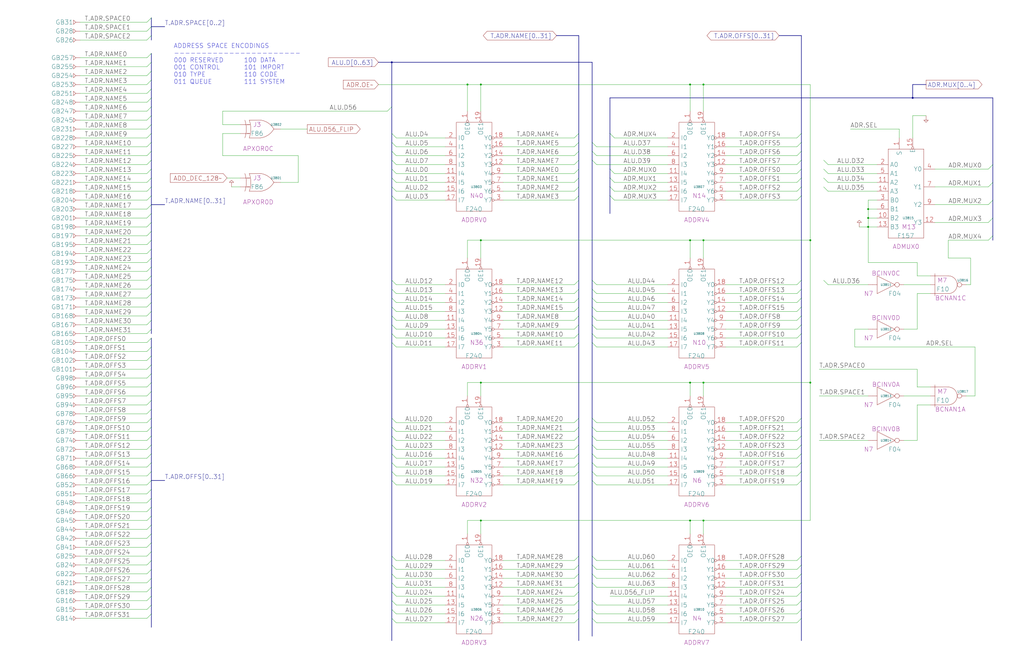
<source format=kicad_sch>
(kicad_sch (version 20211123) (generator eeschema)
  (paper "User" 584.2 378.46)
  (title_block (title "ADDRESS BUS DRIVERS") (date "15-MAR-90") (rev "1.0") (comment 1 "TYPE") (comment 2 "232-003062") (comment 3 "S400") (comment 4 "RELEASED"))
  (bus (pts (xy 215.9 35.56) (xy 223.52 35.56)))
  (bus (pts (xy 223.52 101.6) (xy 223.52 106.68)))
  (bus (pts (xy 223.52 106.68) (xy 223.52 111.76)))
  (bus (pts (xy 223.52 111.76) (xy 223.52 160.02)))
  (bus (pts (xy 223.52 160.02) (xy 223.52 165.1)))
  (bus (pts (xy 223.52 165.1) (xy 223.52 170.18)))
  (bus (pts (xy 223.52 170.18) (xy 223.52 175.26)))
  (bus (pts (xy 223.52 175.26) (xy 223.52 180.34)))
  (bus (pts (xy 223.52 180.34) (xy 223.52 185.42)))
  (bus (pts (xy 223.52 185.42) (xy 223.52 190.5)))
  (bus (pts (xy 223.52 190.5) (xy 223.52 195.58)))
  (bus (pts (xy 223.52 195.58) (xy 223.52 238.76)))
  (bus (pts (xy 223.52 238.76) (xy 223.52 243.84)))
  (bus (pts (xy 223.52 243.84) (xy 223.52 248.92)))
  (bus (pts (xy 223.52 248.92) (xy 223.52 254)))
  (bus (pts (xy 223.52 254) (xy 223.52 259.08)))
  (bus (pts (xy 223.52 259.08) (xy 223.52 264.16)))
  (bus (pts (xy 223.52 264.16) (xy 223.52 269.24)))
  (bus (pts (xy 223.52 269.24) (xy 223.52 274.32)))
  (bus (pts (xy 223.52 274.32) (xy 223.52 317.5)))
  (bus (pts (xy 223.52 317.5) (xy 223.52 322.58)))
  (bus (pts (xy 223.52 322.58) (xy 223.52 327.66)))
  (bus (pts (xy 223.52 327.66) (xy 223.52 332.74)))
  (bus (pts (xy 223.52 332.74) (xy 223.52 337.82)))
  (bus (pts (xy 223.52 337.82) (xy 223.52 342.9)))
  (bus (pts (xy 223.52 342.9) (xy 223.52 347.98)))
  (bus (pts (xy 223.52 347.98) (xy 223.52 353.06)))
  (bus (pts (xy 223.52 35.56) (xy 223.52 60.96)))
  (bus (pts (xy 223.52 353.06) (xy 223.52 365.76)))
  (bus (pts (xy 223.52 60.96) (xy 223.52 76.2)))
  (bus (pts (xy 223.52 76.2) (xy 223.52 81.28)))
  (bus (pts (xy 223.52 81.28) (xy 223.52 86.36)))
  (bus (pts (xy 223.52 86.36) (xy 223.52 91.44)))
  (bus (pts (xy 223.52 91.44) (xy 223.52 96.52)))
  (bus (pts (xy 223.52 96.52) (xy 223.52 101.6)))
  (bus (pts (xy 317.5 20.32) (xy 330.2 20.32)))
  (bus (pts (xy 330.2 101.6) (xy 330.2 106.68)))
  (bus (pts (xy 330.2 106.68) (xy 330.2 111.76)))
  (bus (pts (xy 330.2 111.76) (xy 330.2 160.02)))
  (bus (pts (xy 330.2 160.02) (xy 330.2 165.1)))
  (bus (pts (xy 330.2 165.1) (xy 330.2 170.18)))
  (bus (pts (xy 330.2 170.18) (xy 330.2 175.26)))
  (bus (pts (xy 330.2 175.26) (xy 330.2 180.34)))
  (bus (pts (xy 330.2 180.34) (xy 330.2 185.42)))
  (bus (pts (xy 330.2 185.42) (xy 330.2 190.5)))
  (bus (pts (xy 330.2 190.5) (xy 330.2 195.58)))
  (bus (pts (xy 330.2 195.58) (xy 330.2 238.76)))
  (bus (pts (xy 330.2 20.32) (xy 330.2 76.2)))
  (bus (pts (xy 330.2 238.76) (xy 330.2 243.84)))
  (bus (pts (xy 330.2 243.84) (xy 330.2 248.92)))
  (bus (pts (xy 330.2 248.92) (xy 330.2 254)))
  (bus (pts (xy 330.2 254) (xy 330.2 259.08)))
  (bus (pts (xy 330.2 259.08) (xy 330.2 264.16)))
  (bus (pts (xy 330.2 264.16) (xy 330.2 269.24)))
  (bus (pts (xy 330.2 269.24) (xy 330.2 274.32)))
  (bus (pts (xy 330.2 274.32) (xy 330.2 317.5)))
  (bus (pts (xy 330.2 317.5) (xy 330.2 322.58)))
  (bus (pts (xy 330.2 322.58) (xy 330.2 327.66)))
  (bus (pts (xy 330.2 327.66) (xy 330.2 332.74)))
  (bus (pts (xy 330.2 332.74) (xy 330.2 337.82)))
  (bus (pts (xy 330.2 337.82) (xy 330.2 342.9)))
  (bus (pts (xy 330.2 342.9) (xy 330.2 347.98)))
  (bus (pts (xy 330.2 347.98) (xy 330.2 353.06)))
  (bus (pts (xy 330.2 353.06) (xy 330.2 365.76)))
  (bus (pts (xy 330.2 76.2) (xy 330.2 81.28)))
  (bus (pts (xy 330.2 81.28) (xy 330.2 86.36)))
  (bus (pts (xy 330.2 86.36) (xy 330.2 91.44)))
  (bus (pts (xy 330.2 91.44) (xy 330.2 96.52)))
  (bus (pts (xy 330.2 96.52) (xy 330.2 101.6)))
  (bus (pts (xy 337.82 160.02) (xy 337.82 165.1)))
  (bus (pts (xy 337.82 165.1) (xy 337.82 170.18)))
  (bus (pts (xy 337.82 170.18) (xy 337.82 175.26)))
  (bus (pts (xy 337.82 175.26) (xy 337.82 180.34)))
  (bus (pts (xy 337.82 180.34) (xy 337.82 185.42)))
  (bus (pts (xy 337.82 185.42) (xy 337.82 190.5)))
  (bus (pts (xy 337.82 190.5) (xy 337.82 195.58)))
  (bus (pts (xy 337.82 195.58) (xy 337.82 238.76)))
  (bus (pts (xy 337.82 238.76) (xy 337.82 243.84)))
  (bus (pts (xy 337.82 243.84) (xy 337.82 248.92)))
  (bus (pts (xy 337.82 248.92) (xy 337.82 254)))
  (bus (pts (xy 337.82 254) (xy 337.82 259.08)))
  (bus (pts (xy 337.82 259.08) (xy 337.82 264.16)))
  (bus (pts (xy 337.82 264.16) (xy 337.82 269.24)))
  (bus (pts (xy 337.82 269.24) (xy 337.82 274.32)))
  (bus (pts (xy 337.82 274.32) (xy 337.82 317.5)))
  (bus (pts (xy 337.82 317.5) (xy 337.82 322.58)))
  (bus (pts (xy 337.82 322.58) (xy 337.82 327.66)))
  (bus (pts (xy 337.82 327.66) (xy 337.82 332.74)))
  (bus (pts (xy 337.82 332.74) (xy 337.82 342.9)))
  (bus (pts (xy 337.82 342.9) (xy 337.82 347.98)))
  (bus (pts (xy 337.82 347.98) (xy 337.82 353.06)))
  (bus (pts (xy 337.82 35.56) (xy 223.52 35.56)))
  (bus (pts (xy 337.82 35.56) (xy 337.82 81.28)))
  (bus (pts (xy 337.82 353.06) (xy 337.82 363.22)))
  (bus (pts (xy 337.82 81.28) (xy 337.82 86.36)))
  (bus (pts (xy 337.82 86.36) (xy 337.82 91.44)))
  (bus (pts (xy 337.82 91.44) (xy 337.82 160.02)))
  (bus (pts (xy 347.98 101.6) (xy 347.98 106.68)))
  (bus (pts (xy 347.98 106.68) (xy 347.98 111.76)))
  (bus (pts (xy 347.98 111.76) (xy 347.98 121.92)))
  (bus (pts (xy 347.98 55.88) (xy 347.98 76.2)))
  (bus (pts (xy 347.98 76.2) (xy 347.98 96.52)))
  (bus (pts (xy 347.98 96.52) (xy 347.98 101.6)))
  (bus (pts (xy 444.5 20.32) (xy 457.2 20.32)))
  (bus (pts (xy 457.2 101.6) (xy 457.2 106.68)))
  (bus (pts (xy 457.2 106.68) (xy 457.2 111.76)))
  (bus (pts (xy 457.2 111.76) (xy 457.2 160.02)))
  (bus (pts (xy 457.2 160.02) (xy 457.2 165.1)))
  (bus (pts (xy 457.2 165.1) (xy 457.2 170.18)))
  (bus (pts (xy 457.2 170.18) (xy 457.2 175.26)))
  (bus (pts (xy 457.2 175.26) (xy 457.2 180.34)))
  (bus (pts (xy 457.2 180.34) (xy 457.2 185.42)))
  (bus (pts (xy 457.2 185.42) (xy 457.2 190.5)))
  (bus (pts (xy 457.2 190.5) (xy 457.2 195.58)))
  (bus (pts (xy 457.2 195.58) (xy 457.2 238.76)))
  (bus (pts (xy 457.2 20.32) (xy 457.2 76.2)))
  (bus (pts (xy 457.2 238.76) (xy 457.2 243.84)))
  (bus (pts (xy 457.2 243.84) (xy 457.2 248.92)))
  (bus (pts (xy 457.2 248.92) (xy 457.2 254)))
  (bus (pts (xy 457.2 254) (xy 457.2 259.08)))
  (bus (pts (xy 457.2 259.08) (xy 457.2 264.16)))
  (bus (pts (xy 457.2 264.16) (xy 457.2 269.24)))
  (bus (pts (xy 457.2 269.24) (xy 457.2 274.32)))
  (bus (pts (xy 457.2 274.32) (xy 457.2 317.5)))
  (bus (pts (xy 457.2 317.5) (xy 457.2 322.58)))
  (bus (pts (xy 457.2 322.58) (xy 457.2 327.66)))
  (bus (pts (xy 457.2 327.66) (xy 457.2 332.74)))
  (bus (pts (xy 457.2 332.74) (xy 457.2 337.82)))
  (bus (pts (xy 457.2 337.82) (xy 457.2 342.9)))
  (bus (pts (xy 457.2 342.9) (xy 457.2 347.98)))
  (bus (pts (xy 457.2 347.98) (xy 457.2 353.06)))
  (bus (pts (xy 457.2 353.06) (xy 457.2 365.76)))
  (bus (pts (xy 457.2 76.2) (xy 457.2 81.28)))
  (bus (pts (xy 457.2 81.28) (xy 457.2 86.36)))
  (bus (pts (xy 457.2 86.36) (xy 457.2 91.44)))
  (bus (pts (xy 457.2 91.44) (xy 457.2 96.52)))
  (bus (pts (xy 457.2 96.52) (xy 457.2 101.6)))
  (bus (pts (xy 520.7 48.26) (xy 520.7 55.88)))
  (bus (pts (xy 520.7 55.88) (xy 347.98 55.88)))
  (bus (pts (xy 528.32 48.26) (xy 520.7 48.26)))
  (bus (pts (xy 566.42 104.14) (xy 566.42 114.3)))
  (bus (pts (xy 566.42 114.3) (xy 566.42 124.46)))
  (bus (pts (xy 566.42 124.46) (xy 566.42 134.62)))
  (bus (pts (xy 566.42 134.62) (xy 566.42 137.16)))
  (bus (pts (xy 566.42 55.88) (xy 520.7 55.88)))
  (bus (pts (xy 566.42 55.88) (xy 566.42 93.98)))
  (bus (pts (xy 566.42 93.98) (xy 566.42 104.14)))
  (bus (pts (xy 86.36 10.16) (xy 86.36 15.24)))
  (bus (pts (xy 86.36 101.6) (xy 86.36 106.68)))
  (bus (pts (xy 86.36 106.68) (xy 86.36 111.76)))
  (bus (pts (xy 86.36 111.76) (xy 86.36 116.84)))
  (bus (pts (xy 86.36 116.84) (xy 86.36 121.92)))
  (bus (pts (xy 86.36 116.84) (xy 93.98 116.84)))
  (bus (pts (xy 86.36 121.92) (xy 86.36 127)))
  (bus (pts (xy 86.36 127) (xy 86.36 132.08)))
  (bus (pts (xy 86.36 132.08) (xy 86.36 137.16)))
  (bus (pts (xy 86.36 137.16) (xy 86.36 142.24)))
  (bus (pts (xy 86.36 142.24) (xy 86.36 147.32)))
  (bus (pts (xy 86.36 147.32) (xy 86.36 152.4)))
  (bus (pts (xy 86.36 15.24) (xy 86.36 20.32)))
  (bus (pts (xy 86.36 15.24) (xy 93.98 15.24)))
  (bus (pts (xy 86.36 152.4) (xy 86.36 157.48)))
  (bus (pts (xy 86.36 157.48) (xy 86.36 162.56)))
  (bus (pts (xy 86.36 162.56) (xy 86.36 167.64)))
  (bus (pts (xy 86.36 167.64) (xy 86.36 172.72)))
  (bus (pts (xy 86.36 172.72) (xy 86.36 177.8)))
  (bus (pts (xy 86.36 177.8) (xy 86.36 182.88)))
  (bus (pts (xy 86.36 182.88) (xy 86.36 187.96)))
  (bus (pts (xy 86.36 187.96) (xy 86.36 190.5)))
  (bus (pts (xy 86.36 193.04) (xy 86.36 198.12)))
  (bus (pts (xy 86.36 198.12) (xy 86.36 203.2)))
  (bus (pts (xy 86.36 20.32) (xy 86.36 22.86)))
  (bus (pts (xy 86.36 203.2) (xy 86.36 208.28)))
  (bus (pts (xy 86.36 208.28) (xy 86.36 213.36)))
  (bus (pts (xy 86.36 213.36) (xy 86.36 218.44)))
  (bus (pts (xy 86.36 218.44) (xy 86.36 223.52)))
  (bus (pts (xy 86.36 223.52) (xy 86.36 228.6)))
  (bus (pts (xy 86.36 228.6) (xy 86.36 233.68)))
  (bus (pts (xy 86.36 233.68) (xy 86.36 238.76)))
  (bus (pts (xy 86.36 238.76) (xy 86.36 243.84)))
  (bus (pts (xy 86.36 243.84) (xy 86.36 248.92)))
  (bus (pts (xy 86.36 248.92) (xy 86.36 254)))
  (bus (pts (xy 86.36 254) (xy 86.36 259.08)))
  (bus (pts (xy 86.36 259.08) (xy 86.36 264.16)))
  (bus (pts (xy 86.36 264.16) (xy 86.36 269.24)))
  (bus (pts (xy 86.36 269.24) (xy 86.36 274.32)))
  (bus (pts (xy 86.36 274.32) (xy 86.36 279.4)))
  (bus (pts (xy 86.36 274.32) (xy 93.98 274.32)))
  (bus (pts (xy 86.36 279.4) (xy 86.36 284.48)))
  (bus (pts (xy 86.36 284.48) (xy 86.36 289.56)))
  (bus (pts (xy 86.36 289.56) (xy 86.36 294.64)))
  (bus (pts (xy 86.36 294.64) (xy 86.36 299.72)))
  (bus (pts (xy 86.36 299.72) (xy 86.36 304.8)))
  (bus (pts (xy 86.36 30.48) (xy 86.36 35.56)))
  (bus (pts (xy 86.36 304.8) (xy 86.36 309.88)))
  (bus (pts (xy 86.36 309.88) (xy 86.36 314.96)))
  (bus (pts (xy 86.36 314.96) (xy 86.36 320.04)))
  (bus (pts (xy 86.36 320.04) (xy 86.36 325.12)))
  (bus (pts (xy 86.36 325.12) (xy 86.36 330.2)))
  (bus (pts (xy 86.36 330.2) (xy 86.36 335.28)))
  (bus (pts (xy 86.36 335.28) (xy 86.36 340.36)))
  (bus (pts (xy 86.36 340.36) (xy 86.36 345.44)))
  (bus (pts (xy 86.36 345.44) (xy 86.36 350.52)))
  (bus (pts (xy 86.36 35.56) (xy 86.36 40.64)))
  (bus (pts (xy 86.36 350.52) (xy 86.36 358.14)))
  (bus (pts (xy 86.36 40.64) (xy 86.36 45.72)))
  (bus (pts (xy 86.36 45.72) (xy 86.36 50.8)))
  (bus (pts (xy 86.36 50.8) (xy 86.36 55.88)))
  (bus (pts (xy 86.36 55.88) (xy 86.36 60.96)))
  (bus (pts (xy 86.36 60.96) (xy 86.36 66.04)))
  (bus (pts (xy 86.36 66.04) (xy 86.36 71.12)))
  (bus (pts (xy 86.36 71.12) (xy 86.36 76.2)))
  (bus (pts (xy 86.36 76.2) (xy 86.36 81.28)))
  (bus (pts (xy 86.36 81.28) (xy 86.36 86.36)))
  (bus (pts (xy 86.36 86.36) (xy 86.36 91.44)))
  (bus (pts (xy 86.36 91.44) (xy 86.36 96.52)))
  (bus (pts (xy 86.36 96.52) (xy 86.36 101.6)))
  (wire (pts (xy 127 63.5) (xy 127 71.12)))
  (wire (pts (xy 127 71.12) (xy 137.16 71.12)))
  (wire (pts (xy 127 76.2) (xy 137.16 76.2)))
  (wire (pts (xy 127 88.9) (xy 127 76.2)))
  (wire (pts (xy 129.54 101.6) (xy 137.16 101.6)))
  (wire (pts (xy 132.08 106.68) (xy 137.16 106.68)))
  (wire (pts (xy 160.02 104.14) (xy 170.18 104.14)))
  (wire (pts (xy 160.02 73.66) (xy 175.26 73.66)))
  (wire (pts (xy 170.18 104.14) (xy 170.18 88.9)))
  (wire (pts (xy 170.18 88.9) (xy 127 88.9)))
  (wire (pts (xy 215.9 48.26) (xy 266.7 48.26)))
  (wire (pts (xy 220.98 63.5) (xy 127 63.5)))
  (wire (pts (xy 226.06 104.14) (xy 254 104.14)))
  (wire (pts (xy 226.06 109.22) (xy 254 109.22)))
  (wire (pts (xy 226.06 114.3) (xy 254 114.3)))
  (wire (pts (xy 226.06 162.56) (xy 254 162.56)))
  (wire (pts (xy 226.06 167.64) (xy 254 167.64)))
  (wire (pts (xy 226.06 172.72) (xy 254 172.72)))
  (wire (pts (xy 226.06 177.8) (xy 254 177.8)))
  (wire (pts (xy 226.06 182.88) (xy 254 182.88)))
  (wire (pts (xy 226.06 187.96) (xy 254 187.96)))
  (wire (pts (xy 226.06 193.04) (xy 254 193.04)))
  (wire (pts (xy 226.06 198.12) (xy 254 198.12)))
  (wire (pts (xy 226.06 241.3) (xy 254 241.3)))
  (wire (pts (xy 226.06 246.38) (xy 254 246.38)))
  (wire (pts (xy 226.06 251.46) (xy 254 251.46)))
  (wire (pts (xy 226.06 256.54) (xy 254 256.54)))
  (wire (pts (xy 226.06 261.62) (xy 254 261.62)))
  (wire (pts (xy 226.06 266.7) (xy 254 266.7)))
  (wire (pts (xy 226.06 271.78) (xy 254 271.78)))
  (wire (pts (xy 226.06 276.86) (xy 254 276.86)))
  (wire (pts (xy 226.06 320.04) (xy 254 320.04)))
  (wire (pts (xy 226.06 325.12) (xy 254 325.12)))
  (wire (pts (xy 226.06 330.2) (xy 254 330.2)))
  (wire (pts (xy 226.06 335.28) (xy 254 335.28)))
  (wire (pts (xy 226.06 340.36) (xy 254 340.36)))
  (wire (pts (xy 226.06 345.44) (xy 254 345.44)))
  (wire (pts (xy 226.06 350.52) (xy 254 350.52)))
  (wire (pts (xy 226.06 355.6) (xy 254 355.6)))
  (wire (pts (xy 226.06 78.74) (xy 254 78.74)))
  (wire (pts (xy 226.06 83.82) (xy 254 83.82)))
  (wire (pts (xy 226.06 88.9) (xy 254 88.9)))
  (wire (pts (xy 226.06 93.98) (xy 254 93.98)))
  (wire (pts (xy 226.06 99.06) (xy 254 99.06)))
  (wire (pts (xy 266.7 137.16) (xy 266.7 147.32)))
  (wire (pts (xy 266.7 137.16) (xy 274.32 137.16)))
  (wire (pts (xy 266.7 218.44) (xy 266.7 226.06)))
  (wire (pts (xy 266.7 218.44) (xy 274.32 218.44)))
  (wire (pts (xy 266.7 297.18) (xy 266.7 304.8)))
  (wire (pts (xy 266.7 48.26) (xy 266.7 63.5)))
  (wire (pts (xy 266.7 48.26) (xy 274.32 48.26)))
  (wire (pts (xy 274.32 137.16) (xy 274.32 147.32)))
  (wire (pts (xy 274.32 137.16) (xy 393.7 137.16)))
  (wire (pts (xy 274.32 218.44) (xy 274.32 226.06)))
  (wire (pts (xy 274.32 218.44) (xy 393.7 218.44)))
  (wire (pts (xy 274.32 297.18) (xy 266.7 297.18)))
  (wire (pts (xy 274.32 297.18) (xy 274.32 304.8)))
  (wire (pts (xy 274.32 48.26) (xy 274.32 63.5)))
  (wire (pts (xy 274.32 48.26) (xy 393.7 48.26)))
  (wire (pts (xy 287.02 104.14) (xy 327.66 104.14)))
  (wire (pts (xy 287.02 109.22) (xy 327.66 109.22)))
  (wire (pts (xy 287.02 114.3) (xy 327.66 114.3)))
  (wire (pts (xy 287.02 162.56) (xy 327.66 162.56)))
  (wire (pts (xy 287.02 167.64) (xy 327.66 167.64)))
  (wire (pts (xy 287.02 172.72) (xy 327.66 172.72)))
  (wire (pts (xy 287.02 177.8) (xy 327.66 177.8)))
  (wire (pts (xy 287.02 182.88) (xy 327.66 182.88)))
  (wire (pts (xy 287.02 187.96) (xy 327.66 187.96)))
  (wire (pts (xy 287.02 193.04) (xy 327.66 193.04)))
  (wire (pts (xy 287.02 198.12) (xy 327.66 198.12)))
  (wire (pts (xy 287.02 241.3) (xy 327.66 241.3)))
  (wire (pts (xy 287.02 246.38) (xy 327.66 246.38)))
  (wire (pts (xy 287.02 251.46) (xy 327.66 251.46)))
  (wire (pts (xy 287.02 256.54) (xy 327.66 256.54)))
  (wire (pts (xy 287.02 261.62) (xy 327.66 261.62)))
  (wire (pts (xy 287.02 266.7) (xy 327.66 266.7)))
  (wire (pts (xy 287.02 271.78) (xy 327.66 271.78)))
  (wire (pts (xy 287.02 276.86) (xy 327.66 276.86)))
  (wire (pts (xy 287.02 320.04) (xy 327.66 320.04)))
  (wire (pts (xy 287.02 325.12) (xy 327.66 325.12)))
  (wire (pts (xy 287.02 330.2) (xy 327.66 330.2)))
  (wire (pts (xy 287.02 335.28) (xy 327.66 335.28)))
  (wire (pts (xy 287.02 340.36) (xy 327.66 340.36)))
  (wire (pts (xy 287.02 345.44) (xy 327.66 345.44)))
  (wire (pts (xy 287.02 350.52) (xy 327.66 350.52)))
  (wire (pts (xy 287.02 355.6) (xy 327.66 355.6)))
  (wire (pts (xy 287.02 78.74) (xy 327.66 78.74)))
  (wire (pts (xy 287.02 83.82) (xy 327.66 83.82)))
  (wire (pts (xy 287.02 88.9) (xy 327.66 88.9)))
  (wire (pts (xy 287.02 93.98) (xy 327.66 93.98)))
  (wire (pts (xy 287.02 99.06) (xy 327.66 99.06)))
  (wire (pts (xy 340.36 162.56) (xy 381 162.56)))
  (wire (pts (xy 340.36 167.64) (xy 381 167.64)))
  (wire (pts (xy 340.36 172.72) (xy 381 172.72)))
  (wire (pts (xy 340.36 177.8) (xy 381 177.8)))
  (wire (pts (xy 340.36 182.88) (xy 381 182.88)))
  (wire (pts (xy 340.36 187.96) (xy 381 187.96)))
  (wire (pts (xy 340.36 193.04) (xy 381 193.04)))
  (wire (pts (xy 340.36 198.12) (xy 381 198.12)))
  (wire (pts (xy 340.36 241.3) (xy 381 241.3)))
  (wire (pts (xy 340.36 246.38) (xy 381 246.38)))
  (wire (pts (xy 340.36 251.46) (xy 381 251.46)))
  (wire (pts (xy 340.36 256.54) (xy 381 256.54)))
  (wire (pts (xy 340.36 261.62) (xy 381 261.62)))
  (wire (pts (xy 340.36 266.7) (xy 381 266.7)))
  (wire (pts (xy 340.36 271.78) (xy 381 271.78)))
  (wire (pts (xy 340.36 276.86) (xy 381 276.86)))
  (wire (pts (xy 340.36 320.04) (xy 381 320.04)))
  (wire (pts (xy 340.36 325.12) (xy 381 325.12)))
  (wire (pts (xy 340.36 330.2) (xy 381 330.2)))
  (wire (pts (xy 340.36 335.28) (xy 381 335.28)))
  (wire (pts (xy 340.36 345.44) (xy 381 345.44)))
  (wire (pts (xy 340.36 350.52) (xy 381 350.52)))
  (wire (pts (xy 340.36 355.6) (xy 381 355.6)))
  (wire (pts (xy 340.36 83.82) (xy 381 83.82)))
  (wire (pts (xy 340.36 88.9) (xy 381 88.9)))
  (wire (pts (xy 340.36 93.98) (xy 381 93.98)))
  (wire (pts (xy 347.98 340.36) (xy 381 340.36)))
  (wire (pts (xy 350.52 104.14) (xy 381 104.14)))
  (wire (pts (xy 350.52 109.22) (xy 381 109.22)))
  (wire (pts (xy 350.52 114.3) (xy 381 114.3)))
  (wire (pts (xy 350.52 78.74) (xy 381 78.74)))
  (wire (pts (xy 350.52 99.06) (xy 381 99.06)))
  (wire (pts (xy 393.7 137.16) (xy 393.7 147.32)))
  (wire (pts (xy 393.7 137.16) (xy 401.32 137.16)))
  (wire (pts (xy 393.7 218.44) (xy 393.7 226.06)))
  (wire (pts (xy 393.7 218.44) (xy 401.32 218.44)))
  (wire (pts (xy 393.7 297.18) (xy 274.32 297.18)))
  (wire (pts (xy 393.7 297.18) (xy 393.7 304.8)))
  (wire (pts (xy 393.7 48.26) (xy 393.7 63.5)))
  (wire (pts (xy 393.7 48.26) (xy 401.32 48.26)))
  (wire (pts (xy 401.32 137.16) (xy 401.32 147.32)))
  (wire (pts (xy 401.32 137.16) (xy 462.28 137.16)))
  (wire (pts (xy 401.32 218.44) (xy 401.32 226.06)))
  (wire (pts (xy 401.32 218.44) (xy 462.28 218.44)))
  (wire (pts (xy 401.32 297.18) (xy 393.7 297.18)))
  (wire (pts (xy 401.32 297.18) (xy 401.32 304.8)))
  (wire (pts (xy 401.32 48.26) (xy 401.32 63.5)))
  (wire (pts (xy 401.32 48.26) (xy 462.28 48.26)))
  (wire (pts (xy 414.02 104.14) (xy 454.66 104.14)))
  (wire (pts (xy 414.02 109.22) (xy 454.66 109.22)))
  (wire (pts (xy 414.02 114.3) (xy 454.66 114.3)))
  (wire (pts (xy 414.02 162.56) (xy 454.66 162.56)))
  (wire (pts (xy 414.02 167.64) (xy 454.66 167.64)))
  (wire (pts (xy 414.02 172.72) (xy 454.66 172.72)))
  (wire (pts (xy 414.02 177.8) (xy 454.66 177.8)))
  (wire (pts (xy 414.02 182.88) (xy 454.66 182.88)))
  (wire (pts (xy 414.02 187.96) (xy 454.66 187.96)))
  (wire (pts (xy 414.02 193.04) (xy 454.66 193.04)))
  (wire (pts (xy 414.02 198.12) (xy 454.66 198.12)))
  (wire (pts (xy 414.02 241.3) (xy 454.66 241.3)))
  (wire (pts (xy 414.02 246.38) (xy 454.66 246.38)))
  (wire (pts (xy 414.02 251.46) (xy 454.66 251.46)))
  (wire (pts (xy 414.02 256.54) (xy 454.66 256.54)))
  (wire (pts (xy 414.02 261.62) (xy 454.66 261.62)))
  (wire (pts (xy 414.02 266.7) (xy 454.66 266.7)))
  (wire (pts (xy 414.02 271.78) (xy 454.66 271.78)))
  (wire (pts (xy 414.02 276.86) (xy 454.66 276.86)))
  (wire (pts (xy 414.02 320.04) (xy 454.66 320.04)))
  (wire (pts (xy 414.02 325.12) (xy 454.66 325.12)))
  (wire (pts (xy 414.02 330.2) (xy 454.66 330.2)))
  (wire (pts (xy 414.02 335.28) (xy 454.66 335.28)))
  (wire (pts (xy 414.02 340.36) (xy 454.66 340.36)))
  (wire (pts (xy 414.02 345.44) (xy 454.66 345.44)))
  (wire (pts (xy 414.02 350.52) (xy 454.66 350.52)))
  (wire (pts (xy 414.02 355.6) (xy 454.66 355.6)))
  (wire (pts (xy 414.02 78.74) (xy 454.66 78.74)))
  (wire (pts (xy 414.02 83.82) (xy 454.66 83.82)))
  (wire (pts (xy 414.02 88.9) (xy 454.66 88.9)))
  (wire (pts (xy 414.02 93.98) (xy 454.66 93.98)))
  (wire (pts (xy 414.02 99.06) (xy 454.66 99.06)))
  (wire (pts (xy 45.72 104.14) (xy 83.82 104.14)))
  (wire (pts (xy 45.72 109.22) (xy 83.82 109.22)))
  (wire (pts (xy 45.72 114.3) (xy 83.82 114.3)))
  (wire (pts (xy 45.72 119.38) (xy 83.82 119.38)))
  (wire (pts (xy 45.72 12.7) (xy 83.82 12.7)))
  (wire (pts (xy 45.72 124.46) (xy 83.82 124.46)))
  (wire (pts (xy 45.72 129.54) (xy 83.82 129.54)))
  (wire (pts (xy 45.72 134.62) (xy 83.82 134.62)))
  (wire (pts (xy 45.72 139.7) (xy 83.82 139.7)))
  (wire (pts (xy 45.72 144.78) (xy 83.82 144.78)))
  (wire (pts (xy 45.72 149.86) (xy 83.82 149.86)))
  (wire (pts (xy 45.72 154.94) (xy 83.82 154.94)))
  (wire (pts (xy 45.72 160.02) (xy 83.82 160.02)))
  (wire (pts (xy 45.72 165.1) (xy 83.82 165.1)))
  (wire (pts (xy 45.72 17.78) (xy 83.82 17.78)))
  (wire (pts (xy 45.72 170.18) (xy 83.82 170.18)))
  (wire (pts (xy 45.72 175.26) (xy 83.82 175.26)))
  (wire (pts (xy 45.72 180.34) (xy 83.82 180.34)))
  (wire (pts (xy 45.72 185.42) (xy 83.82 185.42)))
  (wire (pts (xy 45.72 190.5) (xy 83.82 190.5)))
  (wire (pts (xy 45.72 195.58) (xy 83.82 195.58)))
  (wire (pts (xy 45.72 200.66) (xy 83.82 200.66)))
  (wire (pts (xy 45.72 205.74) (xy 83.82 205.74)))
  (wire (pts (xy 45.72 210.82) (xy 83.82 210.82)))
  (wire (pts (xy 45.72 215.9) (xy 83.82 215.9)))
  (wire (pts (xy 45.72 22.86) (xy 83.82 22.86)))
  (wire (pts (xy 45.72 220.98) (xy 83.82 220.98)))
  (wire (pts (xy 45.72 226.06) (xy 83.82 226.06)))
  (wire (pts (xy 45.72 231.14) (xy 83.82 231.14)))
  (wire (pts (xy 45.72 236.22) (xy 83.82 236.22)))
  (wire (pts (xy 45.72 241.3) (xy 83.82 241.3)))
  (wire (pts (xy 45.72 246.38) (xy 83.82 246.38)))
  (wire (pts (xy 45.72 251.46) (xy 83.82 251.46)))
  (wire (pts (xy 45.72 256.54) (xy 83.82 256.54)))
  (wire (pts (xy 45.72 261.62) (xy 83.82 261.62)))
  (wire (pts (xy 45.72 266.7) (xy 83.82 266.7)))
  (wire (pts (xy 45.72 271.78) (xy 83.82 271.78)))
  (wire (pts (xy 45.72 276.86) (xy 83.82 276.86)))
  (wire (pts (xy 45.72 281.94) (xy 83.82 281.94)))
  (wire (pts (xy 45.72 287.02) (xy 83.82 287.02)))
  (wire (pts (xy 45.72 292.1) (xy 83.82 292.1)))
  (wire (pts (xy 45.72 297.18) (xy 83.82 297.18)))
  (wire (pts (xy 45.72 302.26) (xy 83.82 302.26)))
  (wire (pts (xy 45.72 307.34) (xy 83.82 307.34)))
  (wire (pts (xy 45.72 312.42) (xy 83.82 312.42)))
  (wire (pts (xy 45.72 317.5) (xy 83.82 317.5)))
  (wire (pts (xy 45.72 322.58) (xy 83.82 322.58)))
  (wire (pts (xy 45.72 327.66) (xy 83.82 327.66)))
  (wire (pts (xy 45.72 33.02) (xy 83.82 33.02)))
  (wire (pts (xy 45.72 332.74) (xy 83.82 332.74)))
  (wire (pts (xy 45.72 337.82) (xy 83.82 337.82)))
  (wire (pts (xy 45.72 342.9) (xy 83.82 342.9)))
  (wire (pts (xy 45.72 347.98) (xy 83.82 347.98)))
  (wire (pts (xy 45.72 353.06) (xy 83.82 353.06)))
  (wire (pts (xy 45.72 38.1) (xy 83.82 38.1)))
  (wire (pts (xy 45.72 43.18) (xy 83.82 43.18)))
  (wire (pts (xy 45.72 48.26) (xy 83.82 48.26)))
  (wire (pts (xy 45.72 53.34) (xy 83.82 53.34)))
  (wire (pts (xy 45.72 58.42) (xy 83.82 58.42)))
  (wire (pts (xy 45.72 63.5) (xy 83.82 63.5)))
  (wire (pts (xy 45.72 68.58) (xy 83.82 68.58)))
  (wire (pts (xy 45.72 73.66) (xy 83.82 73.66)))
  (wire (pts (xy 45.72 78.74) (xy 83.82 78.74)))
  (wire (pts (xy 45.72 83.82) (xy 83.82 83.82)))
  (wire (pts (xy 45.72 88.9) (xy 83.82 88.9)))
  (wire (pts (xy 45.72 93.98) (xy 83.82 93.98)))
  (wire (pts (xy 45.72 99.06) (xy 83.82 99.06)))
  (wire (pts (xy 462.28 137.16) (xy 462.28 218.44)))
  (wire (pts (xy 462.28 218.44) (xy 462.28 297.18)))
  (wire (pts (xy 462.28 297.18) (xy 401.32 297.18)))
  (wire (pts (xy 462.28 48.26) (xy 462.28 137.16)))
  (wire (pts (xy 467.36 226.06) (xy 495.3 226.06)))
  (wire (pts (xy 467.36 251.46) (xy 495.3 251.46)))
  (wire (pts (xy 472.44 104.14) (xy 500.38 104.14)))
  (wire (pts (xy 472.44 109.22) (xy 500.38 109.22)))
  (wire (pts (xy 472.44 162.56) (xy 495.3 162.56)))
  (wire (pts (xy 472.44 93.98) (xy 500.38 93.98)))
  (wire (pts (xy 472.44 99.06) (xy 500.38 99.06)))
  (wire (pts (xy 487.68 187.96) (xy 495.3 187.96)))
  (wire (pts (xy 487.68 198.12) (xy 487.68 187.96)))
  (wire (pts (xy 490.22 129.54) (xy 495.3 129.54)))
  (wire (pts (xy 495.3 114.3) (xy 495.3 119.38)))
  (wire (pts (xy 495.3 119.38) (xy 495.3 124.46)))
  (wire (pts (xy 495.3 119.38) (xy 500.38 119.38)))
  (wire (pts (xy 495.3 124.46) (xy 495.3 129.54)))
  (wire (pts (xy 495.3 124.46) (xy 500.38 124.46)))
  (wire (pts (xy 495.3 129.54) (xy 500.38 129.54)))
  (wire (pts (xy 495.3 149.86) (xy 495.3 129.54)))
  (wire (pts (xy 500.38 114.3) (xy 495.3 114.3)))
  (wire (pts (xy 513.08 73.66) (xy 485.14 73.66)))
  (wire (pts (xy 513.08 78.74) (xy 513.08 73.66)))
  (wire (pts (xy 515.62 162.56) (xy 530.86 162.56)))
  (wire (pts (xy 515.62 226.06) (xy 530.86 226.06)))
  (wire (pts (xy 515.62 251.46) (xy 523.24 251.46)))
  (wire (pts (xy 520.7 66.04) (xy 528.32 66.04)))
  (wire (pts (xy 520.7 78.74) (xy 520.7 66.04)))
  (wire (pts (xy 523.24 149.86) (xy 495.3 149.86)))
  (wire (pts (xy 523.24 157.48) (xy 523.24 149.86)))
  (wire (pts (xy 523.24 167.64) (xy 523.24 187.96)))
  (wire (pts (xy 523.24 187.96) (xy 515.62 187.96)))
  (wire (pts (xy 523.24 210.82) (xy 467.36 210.82)))
  (wire (pts (xy 523.24 220.98) (xy 523.24 210.82)))
  (wire (pts (xy 523.24 231.14) (xy 530.86 231.14)))
  (wire (pts (xy 523.24 251.46) (xy 523.24 231.14)))
  (wire (pts (xy 530.86 157.48) (xy 523.24 157.48)))
  (wire (pts (xy 530.86 167.64) (xy 523.24 167.64)))
  (wire (pts (xy 530.86 220.98) (xy 523.24 220.98)))
  (wire (pts (xy 533.4 106.68) (xy 563.88 106.68)))
  (wire (pts (xy 533.4 116.84) (xy 563.88 116.84)))
  (wire (pts (xy 533.4 127) (xy 563.88 127)))
  (wire (pts (xy 533.4 96.52) (xy 563.88 96.52)))
  (wire (pts (xy 541.02 137.16) (xy 541.02 147.32)))
  (wire (pts (xy 541.02 147.32) (xy 553.72 147.32)))
  (wire (pts (xy 551.18 226.06) (xy 556.26 226.06)))
  (wire (pts (xy 553.72 147.32) (xy 553.72 162.56)))
  (wire (pts (xy 553.72 162.56) (xy 551.18 162.56)))
  (wire (pts (xy 556.26 198.12) (xy 487.68 198.12)))
  (wire (pts (xy 556.26 226.06) (xy 556.26 198.12)))
  (wire (pts (xy 563.88 137.16) (xy 541.02 137.16)))
  (symbol (lib_id "r1000:GB") (at 45.72 12.7 0) (mirror y) (unit 1)
    (property "Reference" "GB31" (at 41.91 12.7 0) (effects (font (size 2.54 2.54)) (justify left)))
    (property "Value" "GB" (effects hide))
  )
  (symbol (lib_id "r1000:GB") (at 45.72 17.78 0) (mirror y) (unit 1)
    (property "Reference" "GB28" (at 41.91 17.78 0) (effects (font (size 2.54 2.54)) (justify left)))
    (property "Value" "GB" (effects hide))
  )
  (symbol (lib_id "r1000:GB") (at 45.72 22.86 0) (mirror y) (unit 1)
    (property "Reference" "GB26" (at 41.91 22.86 0) (effects (font (size 2.54 2.54)) (justify left)))
    (property "Value" "GB" (effects hide))
  )
  (symbol (lib_id "r1000:GB") (at 45.72 33.02 0) (mirror y) (unit 1)
    (property "Reference" "GB257" (at 41.91 33.02 0) (effects (font (size 2.54 2.54)) (justify left)))
    (property "Value" "GB" (effects hide))
  )
  (symbol (lib_id "r1000:GB") (at 45.72 38.1 0) (mirror y) (unit 1)
    (property "Reference" "GB255" (at 41.91 38.1 0) (effects (font (size 2.54 2.54)) (justify left)))
    (property "Value" "GB" (effects hide))
  )
  (symbol (lib_id "r1000:GB") (at 45.72 43.18 0) (mirror y) (unit 1)
    (property "Reference" "GB254" (at 41.91 43.18 0) (effects (font (size 2.54 2.54)) (justify left)))
    (property "Value" "GB" (effects hide))
  )
  (symbol (lib_id "r1000:GB") (at 45.72 48.26 0) (mirror y) (unit 1)
    (property "Reference" "GB253" (at 41.91 48.26 0) (effects (font (size 2.54 2.54)) (justify left)))
    (property "Value" "GB" (effects hide))
  )
  (symbol (lib_id "r1000:GB") (at 45.72 53.34 0) (mirror y) (unit 1)
    (property "Reference" "GB251" (at 41.91 53.34 0) (effects (font (size 2.54 2.54)) (justify left)))
    (property "Value" "GB" (effects hide))
  )
  (symbol (lib_id "r1000:GB") (at 45.72 58.42 0) (mirror y) (unit 1)
    (property "Reference" "GB248" (at 41.91 58.42 0) (effects (font (size 2.54 2.54)) (justify left)))
    (property "Value" "GB" (effects hide))
  )
  (symbol (lib_id "r1000:GB") (at 45.72 63.5 0) (mirror y) (unit 1)
    (property "Reference" "GB247" (at 41.91 63.5 0) (effects (font (size 2.54 2.54)) (justify left)))
    (property "Value" "GB" (effects hide))
  )
  (symbol (lib_id "r1000:GB") (at 45.72 68.58 0) (mirror y) (unit 1)
    (property "Reference" "GB245" (at 41.91 68.58 0) (effects (font (size 2.54 2.54)) (justify left)))
    (property "Value" "GB" (effects hide))
  )
  (symbol (lib_id "r1000:GB") (at 45.72 73.66 0) (mirror y) (unit 1)
    (property "Reference" "GB231" (at 41.91 73.66 0) (effects (font (size 2.54 2.54)) (justify left)))
    (property "Value" "GB" (effects hide))
  )
  (symbol (lib_id "r1000:GB") (at 45.72 78.74 0) (mirror y) (unit 1)
    (property "Reference" "GB228" (at 41.91 78.74 0) (effects (font (size 2.54 2.54)) (justify left)))
    (property "Value" "GB" (effects hide))
  )
  (symbol (lib_id "r1000:GB") (at 45.72 83.82 0) (mirror y) (unit 1)
    (property "Reference" "GB227" (at 41.91 83.82 0) (effects (font (size 2.54 2.54)) (justify left)))
    (property "Value" "GB" (effects hide))
  )
  (symbol (lib_id "r1000:GB") (at 45.72 88.9 0) (mirror y) (unit 1)
    (property "Reference" "GB225" (at 41.91 88.9 0) (effects (font (size 2.54 2.54)) (justify left)))
    (property "Value" "GB" (effects hide))
  )
  (symbol (lib_id "r1000:GB") (at 45.72 93.98 0) (mirror y) (unit 1)
    (property "Reference" "GB224" (at 41.91 93.98 0) (effects (font (size 2.54 2.54)) (justify left)))
    (property "Value" "GB" (effects hide))
  )
  (symbol (lib_id "r1000:GB") (at 45.72 99.06 0) (mirror y) (unit 1)
    (property "Reference" "GB223" (at 41.91 99.06 0) (effects (font (size 2.54 2.54)) (justify left)))
    (property "Value" "GB" (effects hide))
  )
  (symbol (lib_id "r1000:GB") (at 45.72 104.14 0) (mirror y) (unit 1)
    (property "Reference" "GB221" (at 41.91 104.14 0) (effects (font (size 2.54 2.54)) (justify left)))
    (property "Value" "GB" (effects hide))
  )
  (symbol (lib_id "r1000:GB") (at 45.72 109.22 0) (mirror y) (unit 1)
    (property "Reference" "GB218" (at 41.91 109.22 0) (effects (font (size 2.54 2.54)) (justify left)))
    (property "Value" "GB" (effects hide))
  )
  (symbol (lib_id "r1000:GB") (at 45.72 114.3 0) (mirror y) (unit 1)
    (property "Reference" "GB204" (at 41.91 114.3 0) (effects (font (size 2.54 2.54)) (justify left)))
    (property "Value" "GB" (effects hide))
  )
  (symbol (lib_id "r1000:GB") (at 45.72 119.38 0) (mirror y) (unit 1)
    (property "Reference" "GB203" (at 41.91 119.38 0) (effects (font (size 2.54 2.54)) (justify left)))
    (property "Value" "GB" (effects hide))
  )
  (symbol (lib_id "r1000:GB") (at 45.72 124.46 0) (mirror y) (unit 1)
    (property "Reference" "GB201" (at 41.91 124.46 0) (effects (font (size 2.54 2.54)) (justify left)))
    (property "Value" "GB" (effects hide))
  )
  (symbol (lib_id "r1000:GB") (at 45.72 129.54 0) (mirror y) (unit 1)
    (property "Reference" "GB198" (at 41.91 129.54 0) (effects (font (size 2.54 2.54)) (justify left)))
    (property "Value" "GB" (effects hide))
  )
  (symbol (lib_id "r1000:GB") (at 45.72 134.62 0) (mirror y) (unit 1)
    (property "Reference" "GB197" (at 41.91 134.62 0) (effects (font (size 2.54 2.54)) (justify left)))
    (property "Value" "GB" (effects hide))
  )
  (symbol (lib_id "r1000:GB") (at 45.72 139.7 0) (mirror y) (unit 1)
    (property "Reference" "GB195" (at 41.91 139.7 0) (effects (font (size 2.54 2.54)) (justify left)))
    (property "Value" "GB" (effects hide))
  )
  (symbol (lib_id "r1000:GB") (at 45.72 144.78 0) (mirror y) (unit 1)
    (property "Reference" "GB194" (at 41.91 144.78 0) (effects (font (size 2.54 2.54)) (justify left)))
    (property "Value" "GB" (effects hide))
  )
  (symbol (lib_id "r1000:GB") (at 45.72 149.86 0) (mirror y) (unit 1)
    (property "Reference" "GB193" (at 41.91 149.86 0) (effects (font (size 2.54 2.54)) (justify left)))
    (property "Value" "GB" (effects hide))
  )
  (symbol (lib_id "r1000:GB") (at 45.72 154.94 0) (mirror y) (unit 1)
    (property "Reference" "GB177" (at 41.91 154.94 0) (effects (font (size 2.54 2.54)) (justify left)))
    (property "Value" "GB" (effects hide))
  )
  (symbol (lib_id "r1000:GB") (at 45.72 160.02 0) (mirror y) (unit 1)
    (property "Reference" "GB175" (at 41.91 160.02 0) (effects (font (size 2.54 2.54)) (justify left)))
    (property "Value" "GB" (effects hide))
  )
  (symbol (lib_id "r1000:GB") (at 45.72 165.1 0) (mirror y) (unit 1)
    (property "Reference" "GB174" (at 41.91 165.1 0) (effects (font (size 2.54 2.54)) (justify left)))
    (property "Value" "GB" (effects hide))
  )
  (symbol (lib_id "r1000:GB") (at 45.72 170.18 0) (mirror y) (unit 1)
    (property "Reference" "GB173" (at 41.91 170.18 0) (effects (font (size 2.54 2.54)) (justify left)))
    (property "Value" "GB" (effects hide))
  )
  (symbol (lib_id "r1000:GB") (at 45.72 175.26 0) (mirror y) (unit 1)
    (property "Reference" "GB171" (at 41.91 175.26 0) (effects (font (size 2.54 2.54)) (justify left)))
    (property "Value" "GB" (effects hide))
  )
  (symbol (lib_id "r1000:GB") (at 45.72 180.34 0) (mirror y) (unit 1)
    (property "Reference" "GB168" (at 41.91 180.34 0) (effects (font (size 2.54 2.54)) (justify left)))
    (property "Value" "GB" (effects hide))
  )
  (symbol (lib_id "r1000:GB") (at 45.72 185.42 0) (mirror y) (unit 1)
    (property "Reference" "GB167" (at 41.91 185.42 0) (effects (font (size 2.54 2.54)) (justify left)))
    (property "Value" "GB" (effects hide))
  )
  (symbol (lib_id "r1000:GB") (at 45.72 190.5 0) (mirror y) (unit 1)
    (property "Reference" "GB165" (at 41.91 190.5 0) (effects (font (size 2.54 2.54)) (justify left)))
    (property "Value" "GB" (effects hide))
  )
  (symbol (lib_id "r1000:GB") (at 45.72 195.58 0) (mirror y) (unit 1)
    (property "Reference" "GB105" (at 41.91 195.58 0) (effects (font (size 2.54 2.54)) (justify left)))
    (property "Value" "GB" (effects hide))
  )
  (symbol (lib_id "r1000:GB") (at 45.72 200.66 0) (mirror y) (unit 1)
    (property "Reference" "GB104" (at 41.91 200.66 0) (effects (font (size 2.54 2.54)) (justify left)))
    (property "Value" "GB" (effects hide))
  )
  (symbol (lib_id "r1000:GB") (at 45.72 205.74 0) (mirror y) (unit 1)
    (property "Reference" "GB102" (at 41.91 205.74 0) (effects (font (size 2.54 2.54)) (justify left)))
    (property "Value" "GB" (effects hide))
  )
  (symbol (lib_id "r1000:GB") (at 45.72 210.82 0) (mirror y) (unit 1)
    (property "Reference" "GB101" (at 41.91 210.82 0) (effects (font (size 2.54 2.54)) (justify left)))
    (property "Value" "GB" (effects hide))
  )
  (symbol (lib_id "r1000:GB") (at 45.72 215.9 0) (mirror y) (unit 1)
    (property "Reference" "GB98" (at 41.91 215.9 0) (effects (font (size 2.54 2.54)) (justify left)))
    (property "Value" "GB" (effects hide))
  )
  (symbol (lib_id "r1000:GB") (at 45.72 220.98 0) (mirror y) (unit 1)
    (property "Reference" "GB96" (at 41.91 220.98 0) (effects (font (size 2.54 2.54)) (justify left)))
    (property "Value" "GB" (effects hide))
  )
  (symbol (lib_id "r1000:GB") (at 45.72 226.06 0) (mirror y) (unit 1)
    (property "Reference" "GB95" (at 41.91 226.06 0) (effects (font (size 2.54 2.54)) (justify left)))
    (property "Value" "GB" (effects hide))
  )
  (symbol (lib_id "r1000:GB") (at 45.72 231.14 0) (mirror y) (unit 1)
    (property "Reference" "GB94" (at 41.91 231.14 0) (effects (font (size 2.54 2.54)) (justify left)))
    (property "Value" "GB" (effects hide))
  )
  (symbol (lib_id "r1000:GB") (at 45.72 236.22 0) (mirror y) (unit 1)
    (property "Reference" "GB78" (at 41.91 236.22 0) (effects (font (size 2.54 2.54)) (justify left)))
    (property "Value" "GB" (effects hide))
  )
  (symbol (lib_id "r1000:GB") (at 45.72 241.3 0) (mirror y) (unit 1)
    (property "Reference" "GB76" (at 41.91 241.3 0) (effects (font (size 2.54 2.54)) (justify left)))
    (property "Value" "GB" (effects hide))
  )
  (symbol (lib_id "r1000:GB") (at 45.72 246.38 0) (mirror y) (unit 1)
    (property "Reference" "GB75" (at 41.91 246.38 0) (effects (font (size 2.54 2.54)) (justify left)))
    (property "Value" "GB" (effects hide))
  )
  (symbol (lib_id "r1000:GB") (at 45.72 251.46 0) (mirror y) (unit 1)
    (property "Reference" "GB74" (at 41.91 251.46 0) (effects (font (size 2.54 2.54)) (justify left)))
    (property "Value" "GB" (effects hide))
  )
  (symbol (lib_id "r1000:GB") (at 45.72 256.54 0) (mirror y) (unit 1)
    (property "Reference" "GB72" (at 41.91 256.54 0) (effects (font (size 2.54 2.54)) (justify left)))
    (property "Value" "GB" (effects hide))
  )
  (symbol (lib_id "r1000:GB") (at 45.72 261.62 0) (mirror y) (unit 1)
    (property "Reference" "GB71" (at 41.91 261.62 0) (effects (font (size 2.54 2.54)) (justify left)))
    (property "Value" "GB" (effects hide))
  )
  (symbol (lib_id "r1000:GB") (at 45.72 266.7 0) (mirror y) (unit 1)
    (property "Reference" "GB68" (at 41.91 266.7 0) (effects (font (size 2.54 2.54)) (justify left)))
    (property "Value" "GB" (effects hide))
  )
  (symbol (lib_id "r1000:GB") (at 45.72 271.78 0) (mirror y) (unit 1)
    (property "Reference" "GB66" (at 41.91 271.78 0) (effects (font (size 2.54 2.54)) (justify left)))
    (property "Value" "GB" (effects hide))
  )
  (symbol (lib_id "r1000:GB") (at 45.72 276.86 0) (mirror y) (unit 1)
    (property "Reference" "GB52" (at 41.91 276.86 0) (effects (font (size 2.54 2.54)) (justify left)))
    (property "Value" "GB" (effects hide))
  )
  (symbol (lib_id "r1000:GB") (at 45.72 281.94 0) (mirror y) (unit 1)
    (property "Reference" "GB51" (at 41.91 281.94 0) (effects (font (size 2.54 2.54)) (justify left)))
    (property "Value" "GB" (effects hide))
  )
  (symbol (lib_id "r1000:GB") (at 45.72 287.02 0) (mirror y) (unit 1)
    (property "Reference" "GB48" (at 41.91 287.02 0) (effects (font (size 2.54 2.54)) (justify left)))
    (property "Value" "GB" (effects hide))
  )
  (symbol (lib_id "r1000:GB") (at 45.72 292.1 0) (mirror y) (unit 1)
    (property "Reference" "GB46" (at 41.91 292.1 0) (effects (font (size 2.54 2.54)) (justify left)))
    (property "Value" "GB" (effects hide))
  )
  (symbol (lib_id "r1000:GB") (at 45.72 297.18 0) (mirror y) (unit 1)
    (property "Reference" "GB45" (at 41.91 297.18 0) (effects (font (size 2.54 2.54)) (justify left)))
    (property "Value" "GB" (effects hide))
  )
  (symbol (lib_id "r1000:GB") (at 45.72 302.26 0) (mirror y) (unit 1)
    (property "Reference" "GB44" (at 41.91 302.26 0) (effects (font (size 2.54 2.54)) (justify left)))
    (property "Value" "GB" (effects hide))
  )
  (symbol (lib_id "r1000:GB") (at 45.72 307.34 0) (mirror y) (unit 1)
    (property "Reference" "GB42" (at 41.91 307.34 0) (effects (font (size 2.54 2.54)) (justify left)))
    (property "Value" "GB" (effects hide))
  )
  (symbol (lib_id "r1000:GB") (at 45.72 312.42 0) (mirror y) (unit 1)
    (property "Reference" "GB41" (at 41.91 312.42 0) (effects (font (size 2.54 2.54)) (justify left)))
    (property "Value" "GB" (effects hide))
  )
  (symbol (lib_id "r1000:GB") (at 45.72 317.5 0) (mirror y) (unit 1)
    (property "Reference" "GB25" (at 41.91 317.5 0) (effects (font (size 2.54 2.54)) (justify left)))
    (property "Value" "GB" (effects hide))
  )
  (symbol (lib_id "r1000:GB") (at 45.72 322.58 0) (mirror y) (unit 1)
    (property "Reference" "GB24" (at 41.91 322.58 0) (effects (font (size 2.54 2.54)) (justify left)))
    (property "Value" "GB" (effects hide))
  )
  (symbol (lib_id "r1000:GB") (at 45.72 327.66 0) (mirror y) (unit 1)
    (property "Reference" "GB22" (at 41.91 327.66 0) (effects (font (size 2.54 2.54)) (justify left)))
    (property "Value" "GB" (effects hide))
  )
  (symbol (lib_id "r1000:GB") (at 45.72 332.74 0) (mirror y) (unit 1)
    (property "Reference" "GB21" (at 41.91 332.74 0) (effects (font (size 2.54 2.54)) (justify left)))
    (property "Value" "GB" (effects hide))
  )
  (symbol (lib_id "r1000:GB") (at 45.72 337.82 0) (mirror y) (unit 1)
    (property "Reference" "GB18" (at 41.91 337.82 0) (effects (font (size 2.54 2.54)) (justify left)))
    (property "Value" "GB" (effects hide))
  )
  (symbol (lib_id "r1000:GB") (at 45.72 342.9 0) (mirror y) (unit 1)
    (property "Reference" "GB16" (at 41.91 342.9 0) (effects (font (size 2.54 2.54)) (justify left)))
    (property "Value" "GB" (effects hide))
  )
  (symbol (lib_id "r1000:GB") (at 45.72 347.98 0) (mirror y) (unit 1)
    (property "Reference" "GB15" (at 41.91 347.98 0) (effects (font (size 2.54 2.54)) (justify left)))
    (property "Value" "GB" (effects hide))
  )
  (symbol (lib_id "r1000:GB") (at 45.72 353.06 0) (mirror y) (unit 1)
    (property "Reference" "GB14" (at 41.91 353.06 0) (effects (font (size 2.54 2.54)) (justify left)))
    (property "Value" "GB" (effects hide))
  )
  (label "T.ADR.SPACE0" (at 48.26 12.7 0) (effects (font (size 2.54 2.54))))
  (label "T.ADR.SPACE1" (at 48.26 17.78 0) (effects (font (size 2.54 2.54))))
  (label "T.ADR.SPACE2" (at 48.26 22.86 0) (effects (font (size 2.54 2.54))))
  (label "T.ADR.NAME0" (at 48.26 33.02 0) (effects (font (size 2.54 2.54))))
  (label "T.ADR.NAME1" (at 48.26 38.1 0) (effects (font (size 2.54 2.54))))
  (label "T.ADR.NAME2" (at 48.26 43.18 0) (effects (font (size 2.54 2.54))))
  (label "T.ADR.NAME3" (at 48.26 48.26 0) (effects (font (size 2.54 2.54))))
  (label "T.ADR.NAME4" (at 48.26 53.34 0) (effects (font (size 2.54 2.54))))
  (label "T.ADR.NAME5" (at 48.26 58.42 0) (effects (font (size 2.54 2.54))))
  (label "T.ADR.NAME6" (at 48.26 63.5 0) (effects (font (size 2.54 2.54))))
  (label "T.ADR.NAME7" (at 48.26 68.58 0) (effects (font (size 2.54 2.54))))
  (label "T.ADR.NAME8" (at 48.26 73.66 0) (effects (font (size 2.54 2.54))))
  (label "T.ADR.NAME9" (at 48.26 78.74 0) (effects (font (size 2.54 2.54))))
  (label "T.ADR.NAME10" (at 48.26 83.82 0) (effects (font (size 2.54 2.54))))
  (label "T.ADR.NAME11" (at 48.26 88.9 0) (effects (font (size 2.54 2.54))))
  (label "T.ADR.NAME12" (at 48.26 93.98 0) (effects (font (size 2.54 2.54))))
  (label "T.ADR.NAME13" (at 48.26 99.06 0) (effects (font (size 2.54 2.54))))
  (label "T.ADR.NAME14" (at 48.26 104.14 0) (effects (font (size 2.54 2.54))))
  (label "T.ADR.NAME15" (at 48.26 109.22 0) (effects (font (size 2.54 2.54))))
  (label "T.ADR.NAME16" (at 48.26 114.3 0) (effects (font (size 2.54 2.54))))
  (label "T.ADR.NAME17" (at 48.26 119.38 0) (effects (font (size 2.54 2.54))))
  (label "T.ADR.NAME18" (at 48.26 124.46 0) (effects (font (size 2.54 2.54))))
  (label "T.ADR.NAME19" (at 48.26 129.54 0) (effects (font (size 2.54 2.54))))
  (label "T.ADR.NAME20" (at 48.26 134.62 0) (effects (font (size 2.54 2.54))))
  (label "T.ADR.NAME21" (at 48.26 139.7 0) (effects (font (size 2.54 2.54))))
  (label "T.ADR.NAME22" (at 48.26 144.78 0) (effects (font (size 2.54 2.54))))
  (label "T.ADR.NAME23" (at 48.26 149.86 0) (effects (font (size 2.54 2.54))))
  (label "T.ADR.NAME24" (at 48.26 154.94 0) (effects (font (size 2.54 2.54))))
  (label "T.ADR.NAME25" (at 48.26 160.02 0) (effects (font (size 2.54 2.54))))
  (label "T.ADR.NAME26" (at 48.26 165.1 0) (effects (font (size 2.54 2.54))))
  (label "T.ADR.NAME27" (at 48.26 170.18 0) (effects (font (size 2.54 2.54))))
  (label "T.ADR.NAME28" (at 48.26 175.26 0) (effects (font (size 2.54 2.54))))
  (label "T.ADR.NAME29" (at 48.26 180.34 0) (effects (font (size 2.54 2.54))))
  (label "T.ADR.NAME30" (at 48.26 185.42 0) (effects (font (size 2.54 2.54))))
  (label "T.ADR.NAME31" (at 48.26 190.5 0) (effects (font (size 2.54 2.54))))
  (label "T.ADR.OFFS0" (at 48.26 195.58 0) (effects (font (size 2.54 2.54))))
  (label "T.ADR.OFFS1" (at 48.26 200.66 0) (effects (font (size 2.54 2.54))))
  (label "T.ADR.OFFS2" (at 48.26 205.74 0) (effects (font (size 2.54 2.54))))
  (label "T.ADR.OFFS3" (at 48.26 210.82 0) (effects (font (size 2.54 2.54))))
  (label "T.ADR.OFFS4" (at 48.26 215.9 0) (effects (font (size 2.54 2.54))))
  (label "T.ADR.OFFS5" (at 48.26 220.98 0) (effects (font (size 2.54 2.54))))
  (label "T.ADR.OFFS6" (at 48.26 226.06 0) (effects (font (size 2.54 2.54))))
  (label "T.ADR.OFFS7" (at 48.26 231.14 0) (effects (font (size 2.54 2.54))))
  (label "T.ADR.OFFS8" (at 48.26 236.22 0) (effects (font (size 2.54 2.54))))
  (label "T.ADR.OFFS9" (at 48.26 241.3 0) (effects (font (size 2.54 2.54))))
  (label "T.ADR.OFFS10" (at 48.26 246.38 0) (effects (font (size 2.54 2.54))))
  (label "T.ADR.OFFS11" (at 48.26 251.46 0) (effects (font (size 2.54 2.54))))
  (label "T.ADR.OFFS12" (at 48.26 256.54 0) (effects (font (size 2.54 2.54))))
  (label "T.ADR.OFFS13" (at 48.26 261.62 0) (effects (font (size 2.54 2.54))))
  (label "T.ADR.OFFS14" (at 48.26 266.7 0) (effects (font (size 2.54 2.54))))
  (label "T.ADR.OFFS15" (at 48.26 271.78 0) (effects (font (size 2.54 2.54))))
  (label "T.ADR.OFFS16" (at 48.26 276.86 0) (effects (font (size 2.54 2.54))))
  (label "T.ADR.OFFS17" (at 48.26 281.94 0) (effects (font (size 2.54 2.54))))
  (label "T.ADR.OFFS18" (at 48.26 287.02 0) (effects (font (size 2.54 2.54))))
  (label "T.ADR.OFFS19" (at 48.26 292.1 0) (effects (font (size 2.54 2.54))))
  (label "T.ADR.OFFS20" (at 48.26 297.18 0) (effects (font (size 2.54 2.54))))
  (label "T.ADR.OFFS21" (at 48.26 302.26 0) (effects (font (size 2.54 2.54))))
  (label "T.ADR.OFFS22" (at 48.26 307.34 0) (effects (font (size 2.54 2.54))))
  (label "T.ADR.OFFS23" (at 48.26 312.42 0) (effects (font (size 2.54 2.54))))
  (label "T.ADR.OFFS24" (at 48.26 317.5 0) (effects (font (size 2.54 2.54))))
  (label "T.ADR.OFFS25" (at 48.26 322.58 0) (effects (font (size 2.54 2.54))))
  (label "T.ADR.OFFS26" (at 48.26 327.66 0) (effects (font (size 2.54 2.54))))
  (label "T.ADR.OFFS27" (at 48.26 332.74 0) (effects (font (size 2.54 2.54))))
  (label "T.ADR.OFFS28" (at 48.26 337.82 0) (effects (font (size 2.54 2.54))))
  (label "T.ADR.OFFS29" (at 48.26 342.9 0) (effects (font (size 2.54 2.54))))
  (label "T.ADR.OFFS30" (at 48.26 347.98 0) (effects (font (size 2.54 2.54))))
  (label "T.ADR.OFFS31" (at 48.26 353.06 0) (effects (font (size 2.54 2.54))))
  (bus_entry (at 86.36 10.16) (size -2.54 2.54))
  (bus_entry (at 86.36 15.24) (size -2.54 2.54))
  (bus_entry (at 86.36 20.32) (size -2.54 2.54))
  (bus_entry (at 86.36 30.48) (size -2.54 2.54))
  (bus_entry (at 86.36 35.56) (size -2.54 2.54))
  (bus_entry (at 86.36 40.64) (size -2.54 2.54))
  (bus_entry (at 86.36 45.72) (size -2.54 2.54))
  (bus_entry (at 86.36 50.8) (size -2.54 2.54))
  (bus_entry (at 86.36 55.88) (size -2.54 2.54))
  (bus_entry (at 86.36 60.96) (size -2.54 2.54))
  (bus_entry (at 86.36 66.04) (size -2.54 2.54))
  (bus_entry (at 86.36 71.12) (size -2.54 2.54))
  (bus_entry (at 86.36 76.2) (size -2.54 2.54))
  (bus_entry (at 86.36 81.28) (size -2.54 2.54))
  (bus_entry (at 86.36 86.36) (size -2.54 2.54))
  (bus_entry (at 86.36 91.44) (size -2.54 2.54))
  (bus_entry (at 86.36 96.52) (size -2.54 2.54))
  (bus_entry (at 86.36 101.6) (size -2.54 2.54))
  (bus_entry (at 86.36 106.68) (size -2.54 2.54))
  (bus_entry (at 86.36 111.76) (size -2.54 2.54))
  (bus_entry (at 86.36 116.84) (size -2.54 2.54))
  (bus_entry (at 86.36 121.92) (size -2.54 2.54))
  (bus_entry (at 86.36 127) (size -2.54 2.54))
  (bus_entry (at 86.36 132.08) (size -2.54 2.54))
  (bus_entry (at 86.36 137.16) (size -2.54 2.54))
  (bus_entry (at 86.36 142.24) (size -2.54 2.54))
  (bus_entry (at 86.36 147.32) (size -2.54 2.54))
  (bus_entry (at 86.36 152.4) (size -2.54 2.54))
  (bus_entry (at 86.36 157.48) (size -2.54 2.54))
  (bus_entry (at 86.36 162.56) (size -2.54 2.54))
  (bus_entry (at 86.36 167.64) (size -2.54 2.54))
  (bus_entry (at 86.36 172.72) (size -2.54 2.54))
  (bus_entry (at 86.36 177.8) (size -2.54 2.54))
  (bus_entry (at 86.36 182.88) (size -2.54 2.54))
  (bus_entry (at 86.36 187.96) (size -2.54 2.54))
  (bus_entry (at 86.36 193.04) (size -2.54 2.54))
  (bus_entry (at 86.36 198.12) (size -2.54 2.54))
  (bus_entry (at 86.36 203.2) (size -2.54 2.54))
  (bus_entry (at 86.36 208.28) (size -2.54 2.54))
  (bus_entry (at 86.36 213.36) (size -2.54 2.54))
  (bus_entry (at 86.36 218.44) (size -2.54 2.54))
  (bus_entry (at 86.36 223.52) (size -2.54 2.54))
  (bus_entry (at 86.36 228.6) (size -2.54 2.54))
  (bus_entry (at 86.36 233.68) (size -2.54 2.54))
  (bus_entry (at 86.36 238.76) (size -2.54 2.54))
  (bus_entry (at 86.36 243.84) (size -2.54 2.54))
  (bus_entry (at 86.36 248.92) (size -2.54 2.54))
  (bus_entry (at 86.36 254) (size -2.54 2.54))
  (bus_entry (at 86.36 259.08) (size -2.54 2.54))
  (bus_entry (at 86.36 264.16) (size -2.54 2.54))
  (bus_entry (at 86.36 269.24) (size -2.54 2.54))
  (bus_entry (at 86.36 274.32) (size -2.54 2.54))
  (bus_entry (at 86.36 279.4) (size -2.54 2.54))
  (bus_entry (at 86.36 284.48) (size -2.54 2.54))
  (bus_entry (at 86.36 289.56) (size -2.54 2.54))
  (bus_entry (at 86.36 294.64) (size -2.54 2.54))
  (bus_entry (at 86.36 299.72) (size -2.54 2.54))
  (bus_entry (at 86.36 304.8) (size -2.54 2.54))
  (bus_entry (at 86.36 309.88) (size -2.54 2.54))
  (bus_entry (at 86.36 314.96) (size -2.54 2.54))
  (bus_entry (at 86.36 320.04) (size -2.54 2.54))
  (bus_entry (at 86.36 325.12) (size -2.54 2.54))
  (bus_entry (at 86.36 330.2) (size -2.54 2.54))
  (bus_entry (at 86.36 335.28) (size -2.54 2.54))
  (bus_entry (at 86.36 340.36) (size -2.54 2.54))
  (bus_entry (at 86.36 345.44) (size -2.54 2.54))
  (bus_entry (at 86.36 350.52) (size -2.54 2.54))
  (label "T.ADR.SPACE[0..2]" (at 93.98 15.24 0) (effects (font (size 2.54 2.54))))
  (label "T.ADR.NAME[0..31]" (at 93.98 116.84 0) (effects (font (size 2.54 2.54))))
  (label "T.ADR.OFFS[0..31]" (at 93.98 274.32 0) (effects (font (size 2.54 2.54))))
  (text "ADDRESS SPACE ENCODINGS\n-----------------------\n000 RESERVED	100 DATA\n001 CONTROL		101 IMPORT\n010 TYPE		110 CODE\n011 QUEUE		111 SYSTEM" (at 99.06 48.26 0) (effects (font (size 2.54 2.54)) (justify left bottom)))
  (global_label "ADD_DEC_128~" (shape input) (at 129.54 101.6 180) (effects (font (size 2.54 2.54))) (property "Intersheet References" "${INTERSHEET_REFS}" (at 97.1369 101.4413 0) (effects (font (size 2.54 2.54)) (justify right))))
  (symbol (lib_id "r1000:PU") (at 132.08 106.68 0) (unit 1)
    (property "Reference" "#PWR03801" (effects hide))
    (property "Value" "PU" (effects hide))
  )
  (symbol (lib_id "r1000:F86") (at 144.78 73.66 0) (unit 1)
    (property "Reference" "U3802" (at 157.48 71.12 0))
    (property "Value" "F86" (at 146.685 76.2 0) (effects (font (size 2.54 2.54))))
    (property "Location" "J3" (at 146.685 71.12 0) (effects (font (size 2.54 2.54))))
    (property "Name" "APXOR0C" (at 147.32 86.36 0) (effects (font (size 2.54 2.54)) (justify bottom)))
  )
  (symbol (lib_id "r1000:F86") (at 144.78 104.14 0) (unit 1)
    (property "Reference" "U3801" (at 157.48 101.6 0))
    (property "Value" "F86" (at 146.685 106.68 0) (effects (font (size 2.54 2.54))))
    (property "Location" "J3" (at 146.685 101.6 0) (effects (font (size 2.54 2.54))))
    (property "Name" "APXOR0D" (at 147.32 116.84 0) (effects (font (size 2.54 2.54)) (justify bottom)))
  )
  (global_label "ALU.D56_FLIP" (shape output) (at 175.26 73.66 0) (effects (font (size 2.54 2.54))) (property "Intersheet References" "${INTERSHEET_REFS}" (at 205.486 73.5013 0) (effects (font (size 2.54 2.54)) (justify left))))
  (label "ALU.D56" (at 187.96 63.5 0) (effects (font (size 2.54 2.54))))
  (global_label "ALU.D[0..63]" (shape input) (at 215.9 35.56 180) (effects (font (size 2.54 2.54))) (property "Intersheet References" "${INTERSHEET_REFS}" (at 187.3673 35.4013 0) (effects (font (size 2.54 2.54)) (justify right))))
  (global_label "ADR.OE~" (shape input) (at 215.9 48.26 180) (effects (font (size 2.54 2.54))) (property "Intersheet References" "${INTERSHEET_REFS}" (at 195.834 48.1013 0) (effects (font (size 2.54 2.54)) (justify right))))
  (junction (at 223.52 35.56))
  (bus_entry (at 223.52 60.96) (size -2.54 2.54))
  (bus_entry (at 223.52 76.2) (size 2.54 2.54))
  (bus_entry (at 223.52 81.28) (size 2.54 2.54))
  (bus_entry (at 223.52 86.36) (size 2.54 2.54))
  (bus_entry (at 223.52 91.44) (size 2.54 2.54))
  (bus_entry (at 223.52 96.52) (size 2.54 2.54))
  (bus_entry (at 223.52 101.6) (size 2.54 2.54))
  (bus_entry (at 223.52 106.68) (size 2.54 2.54))
  (bus_entry (at 223.52 111.76) (size 2.54 2.54))
  (bus_entry (at 223.52 160.02) (size 2.54 2.54))
  (bus_entry (at 223.52 165.1) (size 2.54 2.54))
  (bus_entry (at 223.52 170.18) (size 2.54 2.54))
  (bus_entry (at 223.52 175.26) (size 2.54 2.54))
  (bus_entry (at 223.52 180.34) (size 2.54 2.54))
  (bus_entry (at 223.52 185.42) (size 2.54 2.54))
  (bus_entry (at 223.52 190.5) (size 2.54 2.54))
  (bus_entry (at 223.52 195.58) (size 2.54 2.54))
  (bus_entry (at 223.52 238.76) (size 2.54 2.54))
  (bus_entry (at 223.52 243.84) (size 2.54 2.54))
  (bus_entry (at 223.52 248.92) (size 2.54 2.54))
  (bus_entry (at 223.52 254) (size 2.54 2.54))
  (bus_entry (at 223.52 259.08) (size 2.54 2.54))
  (bus_entry (at 223.52 264.16) (size 2.54 2.54))
  (bus_entry (at 223.52 269.24) (size 2.54 2.54))
  (bus_entry (at 223.52 274.32) (size 2.54 2.54))
  (bus_entry (at 223.52 317.5) (size 2.54 2.54))
  (bus_entry (at 223.52 322.58) (size 2.54 2.54))
  (bus_entry (at 223.52 327.66) (size 2.54 2.54))
  (bus_entry (at 223.52 332.74) (size 2.54 2.54))
  (bus_entry (at 223.52 337.82) (size 2.54 2.54))
  (bus_entry (at 223.52 342.9) (size 2.54 2.54))
  (bus_entry (at 223.52 347.98) (size 2.54 2.54))
  (bus_entry (at 223.52 353.06) (size 2.54 2.54))
  (label "ALU.D4" (at 231.14 78.74 0) (effects (font (size 2.54 2.54))))
  (label "ALU.D5" (at 231.14 83.82 0) (effects (font (size 2.54 2.54))))
  (label "ALU.D6" (at 231.14 88.9 0) (effects (font (size 2.54 2.54))))
  (label "ALU.D7" (at 231.14 93.98 0) (effects (font (size 2.54 2.54))))
  (label "ALU.D0" (at 231.14 99.06 0) (effects (font (size 2.54 2.54))))
  (label "ALU.D1" (at 231.14 104.14 0) (effects (font (size 2.54 2.54))))
  (label "ALU.D2" (at 231.14 109.22 0) (effects (font (size 2.54 2.54))))
  (label "ALU.D3" (at 231.14 114.3 0) (effects (font (size 2.54 2.54))))
  (label "ALU.D12" (at 231.14 162.56 0) (effects (font (size 2.54 2.54))))
  (label "ALU.D13" (at 231.14 167.64 0) (effects (font (size 2.54 2.54))))
  (label "ALU.D14" (at 231.14 172.72 0) (effects (font (size 2.54 2.54))))
  (label "ALU.D15" (at 231.14 177.8 0) (effects (font (size 2.54 2.54))))
  (label "ALU.D8" (at 231.14 182.88 0) (effects (font (size 2.54 2.54))))
  (label "ALU.D9" (at 231.14 187.96 0) (effects (font (size 2.54 2.54))))
  (label "ALU.D10" (at 231.14 193.04 0) (effects (font (size 2.54 2.54))))
  (label "ALU.D11" (at 231.14 198.12 0) (effects (font (size 2.54 2.54))))
  (label "ALU.D20" (at 231.14 241.3 0) (effects (font (size 2.54 2.54))))
  (label "ALU.D21" (at 231.14 246.38 0) (effects (font (size 2.54 2.54))))
  (label "ALU.D22" (at 231.14 251.46 0) (effects (font (size 2.54 2.54))))
  (label "ALU.D23" (at 231.14 256.54 0) (effects (font (size 2.54 2.54))))
  (label "ALU.D16" (at 231.14 261.62 0) (effects (font (size 2.54 2.54))))
  (label "ALU.D17" (at 231.14 266.7 0) (effects (font (size 2.54 2.54))))
  (label "ALU.D18" (at 231.14 271.78 0) (effects (font (size 2.54 2.54))))
  (label "ALU.D19" (at 231.14 276.86 0) (effects (font (size 2.54 2.54))))
  (label "ALU.D28" (at 231.14 320.04 0) (effects (font (size 2.54 2.54))))
  (label "ALU.D29" (at 231.14 325.12 0) (effects (font (size 2.54 2.54))))
  (label "ALU.D30" (at 231.14 330.2 0) (effects (font (size 2.54 2.54))))
  (label "ALU.D31" (at 231.14 335.28 0) (effects (font (size 2.54 2.54))))
  (label "ALU.D24" (at 231.14 340.36 0) (effects (font (size 2.54 2.54))))
  (label "ALU.D25" (at 231.14 345.44 0) (effects (font (size 2.54 2.54))))
  (label "ALU.D26" (at 231.14 350.52 0) (effects (font (size 2.54 2.54))))
  (label "ALU.D27" (at 231.14 355.6 0) (effects (font (size 2.54 2.54))))
  (junction (at 266.7 48.26))
  (symbol (lib_id "r1000:F240") (at 269.24 111.76 0) (unit 1)
    (property "Reference" "U3803" (at 271.78 106.68 0))
    (property "Value" "F240" (at 265.43 119.38 0) (effects (font (size 2.54 2.54)) (justify left)))
    (property "Location" "N40" (at 267.97 111.76 0) (effects (font (size 2.54 2.54)) (justify left)))
    (property "Name" "ADDRV0" (at 270.51 127 0) (effects (font (size 2.54 2.54)) (justify bottom)))
  )
  (symbol (lib_id "r1000:F240") (at 269.24 195.58 0) (unit 1)
    (property "Reference" "U3804" (at 271.78 190.5 0))
    (property "Value" "F240" (at 265.43 203.2 0) (effects (font (size 2.54 2.54)) (justify left)))
    (property "Location" "N36" (at 267.97 195.58 0) (effects (font (size 2.54 2.54)) (justify left)))
    (property "Name" "ADDRV1" (at 270.51 210.82 0) (effects (font (size 2.54 2.54)) (justify bottom)))
  )
  (symbol (lib_id "r1000:F240") (at 269.24 274.32 0) (unit 1)
    (property "Reference" "U3805" (at 271.78 269.24 0))
    (property "Value" "F240" (at 265.43 281.94 0) (effects (font (size 2.54 2.54)) (justify left)))
    (property "Location" "N32" (at 267.97 274.32 0) (effects (font (size 2.54 2.54)) (justify left)))
    (property "Name" "ADDRV2" (at 270.51 289.56 0) (effects (font (size 2.54 2.54)) (justify bottom)))
  )
  (symbol (lib_id "r1000:F240") (at 269.24 353.06 0) (unit 1)
    (property "Reference" "U3806" (at 271.78 347.98 0))
    (property "Value" "F240" (at 265.43 360.68 0) (effects (font (size 2.54 2.54)) (justify left)))
    (property "Location" "N26" (at 267.97 353.06 0) (effects (font (size 2.54 2.54)) (justify left)))
    (property "Name" "ADDRV3" (at 270.51 368.3 0) (effects (font (size 2.54 2.54)) (justify bottom)))
  )
  (junction (at 274.32 48.26))
  (junction (at 274.32 137.16))
  (junction (at 274.32 218.44))
  (junction (at 274.32 297.18))
  (label "T.ADR.NAME4" (at 294.64 78.74 0) (effects (font (size 2.54 2.54))))
  (label "T.ADR.NAME5" (at 294.64 83.82 0) (effects (font (size 2.54 2.54))))
  (label "T.ADR.NAME6" (at 294.64 88.9 0) (effects (font (size 2.54 2.54))))
  (label "T.ADR.NAME7" (at 294.64 93.98 0) (effects (font (size 2.54 2.54))))
  (label "T.ADR.NAME0" (at 294.64 99.06 0) (effects (font (size 2.54 2.54))))
  (label "T.ADR.NAME1" (at 294.64 104.14 0) (effects (font (size 2.54 2.54))))
  (label "T.ADR.NAME2" (at 294.64 109.22 0) (effects (font (size 2.54 2.54))))
  (label "T.ADR.NAME3" (at 294.64 114.3 0) (effects (font (size 2.54 2.54))))
  (label "T.ADR.NAME12" (at 294.64 162.56 0) (effects (font (size 2.54 2.54))))
  (label "T.ADR.NAME13" (at 294.64 167.64 0) (effects (font (size 2.54 2.54))))
  (label "T.ADR.NAME14" (at 294.64 172.72 0) (effects (font (size 2.54 2.54))))
  (label "T.ADR.NAME15" (at 294.64 177.8 0) (effects (font (size 2.54 2.54))))
  (label "T.ADR.NAME8" (at 294.64 182.88 0) (effects (font (size 2.54 2.54))))
  (label "T.ADR.NAME9" (at 294.64 187.96 0) (effects (font (size 2.54 2.54))))
  (label "T.ADR.NAME10" (at 294.64 193.04 0) (effects (font (size 2.54 2.54))))
  (label "T.ADR.NAME11" (at 294.64 198.12 0) (effects (font (size 2.54 2.54))))
  (label "T.ADR.NAME20" (at 294.64 241.3 0) (effects (font (size 2.54 2.54))))
  (label "T.ADR.NAME21" (at 294.64 246.38 0) (effects (font (size 2.54 2.54))))
  (label "T.ADR.NAME22" (at 294.64 251.46 0) (effects (font (size 2.54 2.54))))
  (label "T.ADR.NAME23" (at 294.64 256.54 0) (effects (font (size 2.54 2.54))))
  (label "T.ADR.NAME16" (at 294.64 261.62 0) (effects (font (size 2.54 2.54))))
  (label "T.ADR.NAME17" (at 294.64 266.7 0) (effects (font (size 2.54 2.54))))
  (label "T.ADR.NAME18" (at 294.64 271.78 0) (effects (font (size 2.54 2.54))))
  (label "T.ADR.NAME19" (at 294.64 276.86 0) (effects (font (size 2.54 2.54))))
  (label "T.ADR.NAME28" (at 294.64 320.04 0) (effects (font (size 2.54 2.54))))
  (label "T.ADR.NAME29" (at 294.64 325.12 0) (effects (font (size 2.54 2.54))))
  (label "T.ADR.NAME30" (at 294.64 330.2 0) (effects (font (size 2.54 2.54))))
  (label "T.ADR.NAME31" (at 294.64 335.28 0) (effects (font (size 2.54 2.54))))
  (label "T.ADR.NAME24" (at 294.64 340.36 0) (effects (font (size 2.54 2.54))))
  (label "T.ADR.NAME25" (at 294.64 345.44 0) (effects (font (size 2.54 2.54))))
  (label "T.ADR.NAME26" (at 294.64 350.52 0) (effects (font (size 2.54 2.54))))
  (label "T.ADR.NAME27" (at 294.64 355.6 0) (effects (font (size 2.54 2.54))))
  (global_label "T.ADR.NAME[0..31]" (shape bidirectional) (at 317.5 20.32 180) (effects (font (size 2.54 2.54))) (property "Intersheet References" "${INTERSHEET_REFS}" (at 277.9607 20.1613 0) (effects (font (size 2.54 2.54)) (justify right))))
  (bus_entry (at 330.2 76.2) (size -2.54 2.54))
  (bus_entry (at 330.2 81.28) (size -2.54 2.54))
  (bus_entry (at 330.2 86.36) (size -2.54 2.54))
  (bus_entry (at 330.2 91.44) (size -2.54 2.54))
  (bus_entry (at 330.2 96.52) (size -2.54 2.54))
  (bus_entry (at 330.2 101.6) (size -2.54 2.54))
  (bus_entry (at 330.2 106.68) (size -2.54 2.54))
  (bus_entry (at 330.2 111.76) (size -2.54 2.54))
  (bus_entry (at 330.2 160.02) (size -2.54 2.54))
  (bus_entry (at 330.2 165.1) (size -2.54 2.54))
  (bus_entry (at 330.2 170.18) (size -2.54 2.54))
  (bus_entry (at 330.2 175.26) (size -2.54 2.54))
  (bus_entry (at 330.2 180.34) (size -2.54 2.54))
  (bus_entry (at 330.2 185.42) (size -2.54 2.54))
  (bus_entry (at 330.2 190.5) (size -2.54 2.54))
  (bus_entry (at 330.2 195.58) (size -2.54 2.54))
  (bus_entry (at 330.2 238.76) (size -2.54 2.54))
  (bus_entry (at 330.2 243.84) (size -2.54 2.54))
  (bus_entry (at 330.2 248.92) (size -2.54 2.54))
  (bus_entry (at 330.2 254) (size -2.54 2.54))
  (bus_entry (at 330.2 259.08) (size -2.54 2.54))
  (bus_entry (at 330.2 264.16) (size -2.54 2.54))
  (bus_entry (at 330.2 269.24) (size -2.54 2.54))
  (bus_entry (at 330.2 274.32) (size -2.54 2.54))
  (bus_entry (at 330.2 317.5) (size -2.54 2.54))
  (bus_entry (at 330.2 322.58) (size -2.54 2.54))
  (bus_entry (at 330.2 327.66) (size -2.54 2.54))
  (bus_entry (at 330.2 332.74) (size -2.54 2.54))
  (bus_entry (at 330.2 337.82) (size -2.54 2.54))
  (bus_entry (at 330.2 342.9) (size -2.54 2.54))
  (bus_entry (at 330.2 347.98) (size -2.54 2.54))
  (bus_entry (at 330.2 353.06) (size -2.54 2.54))
  (bus_entry (at 337.82 81.28) (size 2.54 2.54))
  (bus_entry (at 337.82 86.36) (size 2.54 2.54))
  (bus_entry (at 337.82 91.44) (size 2.54 2.54))
  (bus_entry (at 337.82 160.02) (size 2.54 2.54))
  (bus_entry (at 337.82 165.1) (size 2.54 2.54))
  (bus_entry (at 337.82 170.18) (size 2.54 2.54))
  (bus_entry (at 337.82 175.26) (size 2.54 2.54))
  (bus_entry (at 337.82 180.34) (size 2.54 2.54))
  (bus_entry (at 337.82 185.42) (size 2.54 2.54))
  (bus_entry (at 337.82 190.5) (size 2.54 2.54))
  (bus_entry (at 337.82 195.58) (size 2.54 2.54))
  (bus_entry (at 337.82 238.76) (size 2.54 2.54))
  (bus_entry (at 337.82 243.84) (size 2.54 2.54))
  (bus_entry (at 337.82 248.92) (size 2.54 2.54))
  (bus_entry (at 337.82 254) (size 2.54 2.54))
  (bus_entry (at 337.82 259.08) (size 2.54 2.54))
  (bus_entry (at 337.82 264.16) (size 2.54 2.54))
  (bus_entry (at 337.82 269.24) (size 2.54 2.54))
  (bus_entry (at 337.82 274.32) (size 2.54 2.54))
  (bus_entry (at 337.82 317.5) (size 2.54 2.54))
  (bus_entry (at 337.82 322.58) (size 2.54 2.54))
  (bus_entry (at 337.82 327.66) (size 2.54 2.54))
  (bus_entry (at 337.82 332.74) (size 2.54 2.54))
  (bus_entry (at 337.82 342.9) (size 2.54 2.54))
  (bus_entry (at 337.82 347.98) (size 2.54 2.54))
  (bus_entry (at 337.82 353.06) (size 2.54 2.54))
  (bus_entry (at 347.98 76.2) (size 2.54 2.54))
  (bus_entry (at 347.98 96.52) (size 2.54 2.54))
  (bus_entry (at 347.98 101.6) (size 2.54 2.54))
  (bus_entry (at 347.98 106.68) (size 2.54 2.54))
  (bus_entry (at 347.98 111.76) (size 2.54 2.54))
  (label "ALU.D56_FLIP" (at 347.98 340.36 0) (effects (font (size 2.54 2.54))))
  (label "ADR.MUX4" (at 355.6 78.74 0) (effects (font (size 2.54 2.54))))
  (label "ALU.D37" (at 355.6 83.82 0) (effects (font (size 2.54 2.54))))
  (label "ALU.D38" (at 355.6 88.9 0) (effects (font (size 2.54 2.54))))
  (label "ALU.D39" (at 355.6 93.98 0) (effects (font (size 2.54 2.54))))
  (label "ADR.MUX0" (at 355.6 99.06 0) (effects (font (size 2.54 2.54))))
  (label "ADR.MUX1" (at 355.6 104.14 0) (effects (font (size 2.54 2.54))))
  (label "ADR.MUX2" (at 355.6 109.22 0) (effects (font (size 2.54 2.54))))
  (label "ADR.MUX3" (at 355.6 114.3 0) (effects (font (size 2.54 2.54))))
  (label "ALU.D44" (at 358.14 162.56 0) (effects (font (size 2.54 2.54))))
  (label "ALU.D45" (at 358.14 167.64 0) (effects (font (size 2.54 2.54))))
  (label "ALU.D46" (at 358.14 172.72 0) (effects (font (size 2.54 2.54))))
  (label "ALU.D47" (at 358.14 177.8 0) (effects (font (size 2.54 2.54))))
  (label "ALU.D40" (at 358.14 182.88 0) (effects (font (size 2.54 2.54))))
  (label "ALU.D41" (at 358.14 187.96 0) (effects (font (size 2.54 2.54))))
  (label "ALU.D42" (at 358.14 193.04 0) (effects (font (size 2.54 2.54))))
  (label "ALU.D43" (at 358.14 198.12 0) (effects (font (size 2.54 2.54))))
  (label "ALU.D52" (at 358.14 241.3 0) (effects (font (size 2.54 2.54))))
  (label "ALU.D53" (at 358.14 246.38 0) (effects (font (size 2.54 2.54))))
  (label "ALU.D54" (at 358.14 251.46 0) (effects (font (size 2.54 2.54))))
  (label "ALU.D55" (at 358.14 256.54 0) (effects (font (size 2.54 2.54))))
  (label "ALU.D48" (at 358.14 261.62 0) (effects (font (size 2.54 2.54))))
  (label "ALU.D49" (at 358.14 266.7 0) (effects (font (size 2.54 2.54))))
  (label "ALU.D50" (at 358.14 271.78 0) (effects (font (size 2.54 2.54))))
  (label "ALU.D51" (at 358.14 276.86 0) (effects (font (size 2.54 2.54))))
  (label "ALU.D60" (at 358.14 320.04 0) (effects (font (size 2.54 2.54))))
  (label "ALU.D61" (at 358.14 325.12 0) (effects (font (size 2.54 2.54))))
  (label "ALU.D62" (at 358.14 330.2 0) (effects (font (size 2.54 2.54))))
  (label "ALU.D63" (at 358.14 335.28 0) (effects (font (size 2.54 2.54))))
  (label "ALU.D57" (at 358.14 345.44 0) (effects (font (size 2.54 2.54))))
  (label "ALU.D58" (at 358.14 350.52 0) (effects (font (size 2.54 2.54))))
  (label "ALU.D59" (at 358.14 355.6 0) (effects (font (size 2.54 2.54))))
  (junction (at 393.7 48.26))
  (junction (at 393.7 137.16))
  (junction (at 393.7 218.44))
  (junction (at 393.7 297.18))
  (symbol (lib_id "r1000:F240") (at 396.24 111.76 0) (unit 1)
    (property "Reference" "U3807" (at 398.78 106.68 0))
    (property "Value" "F240" (at 392.43 119.38 0) (effects (font (size 2.54 2.54)) (justify left)))
    (property "Location" "N14" (at 394.97 111.76 0) (effects (font (size 2.54 2.54)) (justify left)))
    (property "Name" "ADDRV4" (at 397.51 127 0) (effects (font (size 2.54 2.54)) (justify bottom)))
  )
  (symbol (lib_id "r1000:F240") (at 396.24 195.58 0) (unit 1)
    (property "Reference" "U3808" (at 398.78 190.5 0))
    (property "Value" "F240" (at 392.43 203.2 0) (effects (font (size 2.54 2.54)) (justify left)))
    (property "Location" "N10" (at 394.97 195.58 0) (effects (font (size 2.54 2.54)) (justify left)))
    (property "Name" "ADDRV5" (at 397.51 210.82 0) (effects (font (size 2.54 2.54)) (justify bottom)))
  )
  (symbol (lib_id "r1000:F240") (at 396.24 274.32 0) (unit 1)
    (property "Reference" "U3809" (at 398.78 269.24 0))
    (property "Value" "F240" (at 392.43 281.94 0) (effects (font (size 2.54 2.54)) (justify left)))
    (property "Location" "N6" (at 394.97 274.32 0) (effects (font (size 2.54 2.54)) (justify left)))
    (property "Name" "ADDRV6" (at 397.51 289.56 0) (effects (font (size 2.54 2.54)) (justify bottom)))
  )
  (symbol (lib_id "r1000:F240") (at 396.24 353.06 0) (unit 1)
    (property "Reference" "U3810" (at 398.78 347.98 0))
    (property "Value" "F240" (at 392.43 360.68 0) (effects (font (size 2.54 2.54)) (justify left)))
    (property "Location" "N4" (at 394.97 353.06 0) (effects (font (size 2.54 2.54)) (justify left)))
    (property "Name" "ADDRV7" (at 397.51 368.3 0) (effects (font (size 2.54 2.54)) (justify bottom)))
  )
  (junction (at 401.32 48.26))
  (junction (at 401.32 137.16))
  (junction (at 401.32 218.44))
  (junction (at 401.32 297.18))
  (label "T.ADR.OFFS4" (at 421.64 78.74 0) (effects (font (size 2.54 2.54))))
  (label "T.ADR.OFFS5" (at 421.64 83.82 0) (effects (font (size 2.54 2.54))))
  (label "T.ADR.OFFS6" (at 421.64 88.9 0) (effects (font (size 2.54 2.54))))
  (label "T.ADR.OFFS7" (at 421.64 93.98 0) (effects (font (size 2.54 2.54))))
  (label "T.ADR.OFFS0" (at 421.64 99.06 0) (effects (font (size 2.54 2.54))))
  (label "T.ADR.OFFS1" (at 421.64 104.14 0) (effects (font (size 2.54 2.54))))
  (label "T.ADR.OFFS2" (at 421.64 109.22 0) (effects (font (size 2.54 2.54))))
  (label "T.ADR.OFFS3" (at 421.64 114.3 0) (effects (font (size 2.54 2.54))))
  (label "T.ADR.OFFS12" (at 421.64 162.56 0) (effects (font (size 2.54 2.54))))
  (label "T.ADR.OFFS13" (at 421.64 167.64 0) (effects (font (size 2.54 2.54))))
  (label "T.ADR.OFFS14" (at 421.64 172.72 0) (effects (font (size 2.54 2.54))))
  (label "T.ADR.OFFS15" (at 421.64 177.8 0) (effects (font (size 2.54 2.54))))
  (label "T.ADR.OFFS8" (at 421.64 182.88 0) (effects (font (size 2.54 2.54))))
  (label "T.ADR.OFFS9" (at 421.64 187.96 0) (effects (font (size 2.54 2.54))))
  (label "T.ADR.OFFS10" (at 421.64 193.04 0) (effects (font (size 2.54 2.54))))
  (label "T.ADR.OFFS11" (at 421.64 198.12 0) (effects (font (size 2.54 2.54))))
  (label "T.ADR.OFFS20" (at 421.64 241.3 0) (effects (font (size 2.54 2.54))))
  (label "T.ADR.OFFS21" (at 421.64 246.38 0) (effects (font (size 2.54 2.54))))
  (label "T.ADR.OFFS22" (at 421.64 251.46 0) (effects (font (size 2.54 2.54))))
  (label "T.ADR.OFFS23" (at 421.64 256.54 0) (effects (font (size 2.54 2.54))))
  (label "T.ADR.OFFS16" (at 421.64 261.62 0) (effects (font (size 2.54 2.54))))
  (label "T.ADR.OFFS17" (at 421.64 266.7 0) (effects (font (size 2.54 2.54))))
  (label "T.ADR.OFFS18" (at 421.64 271.78 0) (effects (font (size 2.54 2.54))))
  (label "T.ADR.OFFS19" (at 421.64 276.86 0) (effects (font (size 2.54 2.54))))
  (label "T.ADR.OFFS28" (at 421.64 320.04 0) (effects (font (size 2.54 2.54))))
  (label "T.ADR.OFFS29" (at 421.64 325.12 0) (effects (font (size 2.54 2.54))))
  (label "T.ADR.OFFS30" (at 421.64 330.2 0) (effects (font (size 2.54 2.54))))
  (label "T.ADR.OFFS31" (at 421.64 335.28 0) (effects (font (size 2.54 2.54))))
  (label "T.ADR.OFFS24" (at 421.64 340.36 0) (effects (font (size 2.54 2.54))))
  (label "T.ADR.OFFS25" (at 421.64 345.44 0) (effects (font (size 2.54 2.54))))
  (label "T.ADR.OFFS26" (at 421.64 350.52 0) (effects (font (size 2.54 2.54))))
  (label "T.ADR.OFFS27" (at 421.64 355.6 0) (effects (font (size 2.54 2.54))))
  (global_label "T.ADR.OFFS[0..31]" (shape bidirectional) (at 444.5 20.32 180) (effects (font (size 2.54 2.54))) (property "Intersheet References" "${INTERSHEET_REFS}" (at 405.5654 20.1613 0) (effects (font (size 2.54 2.54)) (justify right))))
  (bus_entry (at 457.2 76.2) (size -2.54 2.54))
  (bus_entry (at 457.2 81.28) (size -2.54 2.54))
  (bus_entry (at 457.2 86.36) (size -2.54 2.54))
  (bus_entry (at 457.2 91.44) (size -2.54 2.54))
  (bus_entry (at 457.2 96.52) (size -2.54 2.54))
  (bus_entry (at 457.2 101.6) (size -2.54 2.54))
  (bus_entry (at 457.2 106.68) (size -2.54 2.54))
  (bus_entry (at 457.2 111.76) (size -2.54 2.54))
  (bus_entry (at 457.2 160.02) (size -2.54 2.54))
  (bus_entry (at 457.2 165.1) (size -2.54 2.54))
  (bus_entry (at 457.2 170.18) (size -2.54 2.54))
  (bus_entry (at 457.2 175.26) (size -2.54 2.54))
  (bus_entry (at 457.2 180.34) (size -2.54 2.54))
  (bus_entry (at 457.2 185.42) (size -2.54 2.54))
  (bus_entry (at 457.2 190.5) (size -2.54 2.54))
  (bus_entry (at 457.2 195.58) (size -2.54 2.54))
  (bus_entry (at 457.2 238.76) (size -2.54 2.54))
  (bus_entry (at 457.2 243.84) (size -2.54 2.54))
  (bus_entry (at 457.2 248.92) (size -2.54 2.54))
  (bus_entry (at 457.2 254) (size -2.54 2.54))
  (bus_entry (at 457.2 259.08) (size -2.54 2.54))
  (bus_entry (at 457.2 264.16) (size -2.54 2.54))
  (bus_entry (at 457.2 269.24) (size -2.54 2.54))
  (bus_entry (at 457.2 274.32) (size -2.54 2.54))
  (bus_entry (at 457.2 317.5) (size -2.54 2.54))
  (bus_entry (at 457.2 322.58) (size -2.54 2.54))
  (bus_entry (at 457.2 327.66) (size -2.54 2.54))
  (bus_entry (at 457.2 332.74) (size -2.54 2.54))
  (bus_entry (at 457.2 337.82) (size -2.54 2.54))
  (bus_entry (at 457.2 342.9) (size -2.54 2.54))
  (bus_entry (at 457.2 347.98) (size -2.54 2.54))
  (bus_entry (at 457.2 353.06) (size -2.54 2.54))
  (junction (at 462.28 137.16))
  (junction (at 462.28 218.44))
  (label "T.ADR.SPACE0" (at 467.36 210.82 0) (effects (font (size 2.54 2.54))))
  (label "T.ADR.SPACE1" (at 467.36 226.06 0) (effects (font (size 2.54 2.54))))
  (label "T.ADR.SPACE2" (at 467.36 251.46 0) (effects (font (size 2.54 2.54))))
  (bus_entry (at 469.9 91.44) (size 2.54 2.54))
  (bus_entry (at 469.9 96.52) (size 2.54 2.54))
  (bus_entry (at 469.9 101.6) (size 2.54 2.54))
  (bus_entry (at 469.9 106.68) (size 2.54 2.54))
  (bus_entry (at 469.9 160.02) (size 2.54 2.54))
  (label "ALU.D36" (at 474.98 162.56 0) (effects (font (size 2.54 2.54))))
  (label "ALU.D32" (at 477.52 93.98 0) (effects (font (size 2.54 2.54))))
  (label "ALU.D33" (at 477.52 99.06 0) (effects (font (size 2.54 2.54))))
  (label "ALU.D34" (at 477.52 104.14 0) (effects (font (size 2.54 2.54))))
  (label "ALU.D35" (at 477.52 109.22 0) (effects (font (size 2.54 2.54))))
  (label "ADR.SEL" (at 485.14 73.66 0) (effects (font (size 2.54 2.54))))
  (symbol (lib_id "r1000:PU") (at 490.22 129.54 0) (unit 1)
    (property "Reference" "#PWR03802" (effects hide))
    (property "Value" "PU" (effects hide))
  )
  (junction (at 495.3 119.38))
  (junction (at 495.3 124.46))
  (junction (at 495.3 129.54))
  (symbol (lib_id "r1000:F04") (at 505.46 162.56 0) (unit 1)
    (property "Reference" "U3811" (at 505.46 162.56 0))
    (property "Value" "F04" (at 506.73 167.64 0) (effects (font (size 2.54 2.54)) (justify left)))
    (property "Location" "N7" (at 492.76 167.64 0) (effects (font (size 2.54 2.54)) (justify left)))
    (property "Name" "BCINV0C" (at 505.46 157.48 0) (effects (font (size 2.54 2.54)) (justify bottom)))
  )
  (symbol (lib_id "r1000:F04") (at 505.46 187.96 0) (unit 1)
    (property "Reference" "U3812" (at 505.46 187.96 0))
    (property "Value" "F04" (at 506.73 193.04 0) (effects (font (size 2.54 2.54)) (justify left)))
    (property "Location" "N7" (at 492.76 193.04 0) (effects (font (size 2.54 2.54)) (justify left)))
    (property "Name" "BCINV0D" (at 505.46 182.88 0) (effects (font (size 2.54 2.54)) (justify bottom)))
  )
  (symbol (lib_id "r1000:F04") (at 505.46 226.06 0) (unit 1)
    (property "Reference" "U3813" (at 505.46 226.06 0))
    (property "Value" "F04" (at 506.73 231.14 0) (effects (font (size 2.54 2.54)) (justify left)))
    (property "Location" "N7" (at 492.76 231.14 0) (effects (font (size 2.54 2.54)) (justify left)))
    (property "Name" "BCINV0A" (at 505.46 220.98 0) (effects (font (size 2.54 2.54)) (justify bottom)))
  )
  (symbol (lib_id "r1000:F04") (at 505.46 251.46 0) (unit 1)
    (property "Reference" "U3814" (at 505.46 251.46 0))
    (property "Value" "F04" (at 506.73 256.54 0) (effects (font (size 2.54 2.54)) (justify left)))
    (property "Location" "N7" (at 492.76 256.54 0) (effects (font (size 2.54 2.54)) (justify left)))
    (property "Name" "BCINV0B" (at 505.46 246.38 0) (effects (font (size 2.54 2.54)) (justify bottom)))
  )
  (symbol (lib_id "r1000:F157") (at 515.62 129.54 0) (unit 1)
    (property "Reference" "U3815" (at 518.16 124.46 0))
    (property "Value" "F157" (at 511.81 134.62 0) (effects (font (size 2.54 2.54)) (justify left)))
    (property "Location" "M13" (at 514.35 129.54 0) (effects (font (size 2.54 2.54)) (justify left)))
    (property "Name" "ADMUX0" (at 516.89 142.24 0) (effects (font (size 2.54 2.54)) (justify bottom)))
  )
  (junction (at 520.7 55.88))
  (global_label "ADR.MUX[0..4]" (shape output) (at 528.32 48.26 0) (effects (font (size 2.54 2.54))) (property "Intersheet References" "${INTERSHEET_REFS}" (at 560.2393 48.1013 0) (effects (font (size 2.54 2.54)) (justify left))))
  (symbol (lib_id "r1000:PD") (at 528.32 66.04 0) (unit 1) (in_bom no)
    (property "Reference" "#PWR03803" (effects hide))
    (property "Value" "PD" (effects hide))
  )
  (label "ADR.SEL" (at 528.32 198.12 0) (effects (font (size 2.54 2.54))))
  (symbol (lib_id "r1000:F10") (at 535.94 160.02 0) (unit 1)
    (property "Reference" "U3816" (at 549.275 160.02 0))
    (property "Value" "F10" (at 541.655 165.1 0) (effects (font (size 2.54 2.54)) (justify right)))
    (property "Location" "M7" (at 534.67 160.02 0) (effects (font (size 2.54 2.54)) (justify left)))
    (property "Name" "BCNAN1C" (at 533.4 170.18 0) (effects (font (size 2.54 2.54)) (justify left)))
  )
  (symbol (lib_id "r1000:F10") (at 535.94 223.52 0) (unit 1)
    (property "Reference" "U3817" (at 549.275 223.52 0))
    (property "Value" "F10" (at 541.655 228.6 0) (effects (font (size 2.54 2.54)) (justify right)))
    (property "Location" "M7" (at 534.67 223.52 0) (effects (font (size 2.54 2.54)) (justify left)))
    (property "Name" "BCNAN1A" (at 533.4 233.68 0) (effects (font (size 2.54 2.54)) (justify left)))
  )
  (label "ADR.MUX0" (at 541.02 96.52 0) (effects (font (size 2.54 2.54))))
  (label "ADR.MUX1" (at 541.02 106.68 0) (effects (font (size 2.54 2.54))))
  (label "ADR.MUX2" (at 541.02 116.84 0) (effects (font (size 2.54 2.54))))
  (label "ADR.MUX3" (at 541.02 127 0) (effects (font (size 2.54 2.54))))
  (label "ADR.MUX4" (at 541.02 137.16 0) (effects (font (size 2.54 2.54))))
  (bus_entry (at 566.42 93.98) (size -2.54 2.54))
  (bus_entry (at 566.42 104.14) (size -2.54 2.54))
  (bus_entry (at 566.42 114.3) (size -2.54 2.54))
  (bus_entry (at 566.42 124.46) (size -2.54 2.54))
  (bus_entry (at 566.42 134.62) (size -2.54 2.54))
)
</source>
